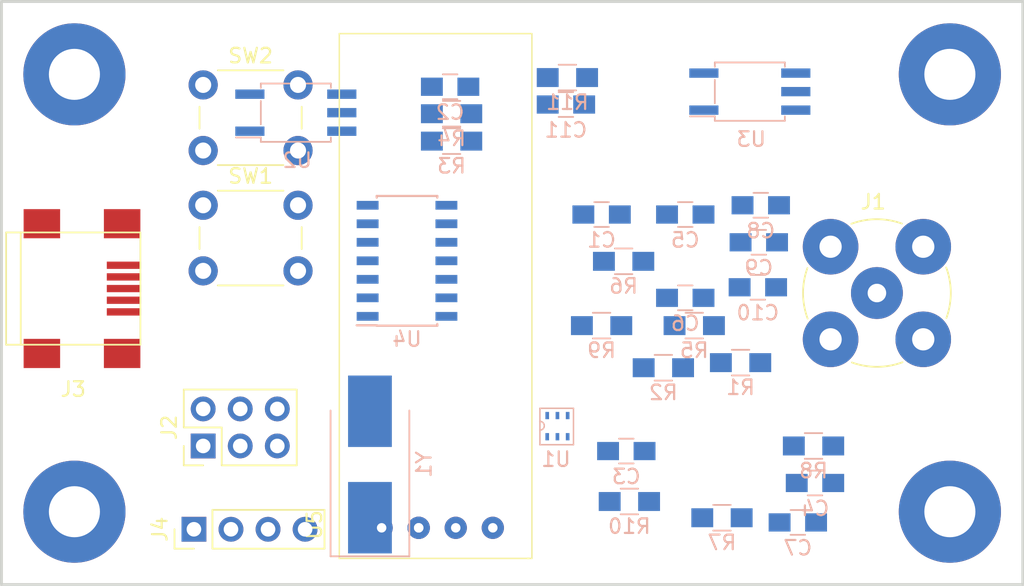
<source format=kicad_pcb>
(kicad_pcb (version 20171130) (host pcbnew "(5.0.0)")

  (general
    (thickness 1.6)
    (drawings 4)
    (tracks 0)
    (zones 0)
    (modules 38)
    (nets 24)
  )

  (page A4)
  (layers
    (0 F.Cu signal)
    (31 B.Cu signal)
    (32 B.Adhes user)
    (33 F.Adhes user)
    (34 B.Paste user)
    (35 F.Paste user)
    (36 B.SilkS user)
    (37 F.SilkS user)
    (38 B.Mask user)
    (39 F.Mask user)
    (40 Dwgs.User user)
    (41 Cmts.User user)
    (42 Eco1.User user)
    (43 Eco2.User user)
    (44 Edge.Cuts user)
    (45 Margin user)
    (46 B.CrtYd user)
    (47 F.CrtYd user)
    (48 B.Fab user hide)
    (49 F.Fab user hide)
  )

  (setup
    (last_trace_width 0.25)
    (trace_clearance 0.2)
    (zone_clearance 0.508)
    (zone_45_only no)
    (trace_min 0.2)
    (segment_width 0.2)
    (edge_width 0.15)
    (via_size 0.8)
    (via_drill 0.4)
    (via_min_size 0.4)
    (via_min_drill 0.3)
    (uvia_size 0.3)
    (uvia_drill 0.1)
    (uvias_allowed no)
    (uvia_min_size 0.2)
    (uvia_min_drill 0.1)
    (pcb_text_width 0.3)
    (pcb_text_size 1.5 1.5)
    (mod_edge_width 0.15)
    (mod_text_size 1 1)
    (mod_text_width 0.15)
    (pad_size 1.524 1.524)
    (pad_drill 0.762)
    (pad_to_mask_clearance 0.2)
    (aux_axis_origin 0 0)
    (visible_elements 7FFFFFFF)
    (pcbplotparams
      (layerselection 0x010fc_ffffffff)
      (usegerberextensions false)
      (usegerberattributes false)
      (usegerberadvancedattributes false)
      (creategerberjobfile false)
      (excludeedgelayer true)
      (linewidth 0.100000)
      (plotframeref false)
      (viasonmask false)
      (mode 1)
      (useauxorigin false)
      (hpglpennumber 1)
      (hpglpenspeed 20)
      (hpglpendiameter 15.000000)
      (psnegative false)
      (psa4output false)
      (plotreference true)
      (plotvalue true)
      (plotinvisibletext false)
      (padsonsilk false)
      (subtractmaskfromsilk false)
      (outputformat 1)
      (mirror false)
      (drillshape 1)
      (scaleselection 1)
      (outputdirectory ""))
  )

  (net 0 "")
  (net 1 GND)
  (net 2 "Net-(C1-Pad1)")
  (net 3 "Net-(R3-Pad2)")
  (net 4 "Net-(C10-Pad2)")
  (net 5 "Net-(R6-Pad1)")
  (net 6 "Net-(R7-Pad2)")
  (net 7 "Net-(R10-Pad2)")
  (net 8 "Net-(C2-Pad1)")
  (net 9 "Net-(C3-Pad1)")
  (net 10 +3V3)
  (net 11 /XTAL1)
  (net 12 /KEY_B)
  (net 13 /KEY_A)
  (net 14 /XTAL2)
  (net 15 /RST)
  (net 16 /MOSI)
  (net 17 /SCK)
  (net 18 /MISO)
  (net 19 "Net-(J3-Pad3)")
  (net 20 "Net-(J3-Pad2)")
  (net 21 "Net-(R11-Pad1)")
  (net 22 /IO2)
  (net 23 /IO1)

  (net_class Default "This is the default net class."
    (clearance 0.2)
    (trace_width 0.25)
    (via_dia 0.8)
    (via_drill 0.4)
    (uvia_dia 0.3)
    (uvia_drill 0.1)
    (add_net +3V3)
    (add_net /IO1)
    (add_net /IO2)
    (add_net /KEY_A)
    (add_net /KEY_B)
    (add_net /MISO)
    (add_net /MOSI)
    (add_net /RST)
    (add_net /SCK)
    (add_net /XTAL1)
    (add_net /XTAL2)
    (add_net GND)
    (add_net "Net-(C1-Pad1)")
    (add_net "Net-(C10-Pad2)")
    (add_net "Net-(C2-Pad1)")
    (add_net "Net-(C3-Pad1)")
    (add_net "Net-(J3-Pad2)")
    (add_net "Net-(J3-Pad3)")
    (add_net "Net-(R10-Pad2)")
    (add_net "Net-(R11-Pad1)")
    (add_net "Net-(R3-Pad2)")
    (add_net "Net-(R6-Pad1)")
    (add_net "Net-(R7-Pad2)")
  )

  (module Mounting_Holes:MountingHole_3.5mm_Pad locked (layer F.Cu) (tedit 5BA4F981) (tstamp 5BA4FCF7)
    (at 175 85)
    (descr "Mounting Hole 3.5mm")
    (tags "mounting hole 3.5mm")
    (attr virtual)
    (fp_text reference REF** (at 0 -4.5) (layer F.SilkS) hide
      (effects (font (size 1 1) (thickness 0.15)))
    )
    (fp_text value MountingHole_3.5mm_Pad (at 0 4.5) (layer F.Fab) hide
      (effects (font (size 1 1) (thickness 0.15)))
    )
    (fp_circle (center 0 0) (end 3.75 0) (layer F.CrtYd) (width 0.05))
    (fp_circle (center 0 0) (end 3.5 0) (layer Cmts.User) (width 0.15))
    (fp_text user %R (at 0.3 0) (layer F.Fab)
      (effects (font (size 1 1) (thickness 0.15)))
    )
    (pad 1 thru_hole circle (at 0 0) (size 7 7) (drill 3.5) (layers *.Cu *.Mask))
  )

  (module Mounting_Holes:MountingHole_3.5mm_Pad locked (layer F.Cu) (tedit 5BA4F978) (tstamp 5BA4FCE9)
    (at 175 115)
    (descr "Mounting Hole 3.5mm")
    (tags "mounting hole 3.5mm")
    (attr virtual)
    (fp_text reference REF** (at 0 -4.5) (layer F.SilkS) hide
      (effects (font (size 1 1) (thickness 0.15)))
    )
    (fp_text value MountingHole_3.5mm_Pad (at 0 4.5) (layer F.Fab) hide
      (effects (font (size 1 1) (thickness 0.15)))
    )
    (fp_text user %R (at 0.3 0) (layer F.Fab)
      (effects (font (size 1 1) (thickness 0.15)))
    )
    (fp_circle (center 0 0) (end 3.5 0) (layer Cmts.User) (width 0.15))
    (fp_circle (center 0 0) (end 3.75 0) (layer F.CrtYd) (width 0.05))
    (pad 1 thru_hole circle (at 0 0) (size 7 7) (drill 3.5) (layers *.Cu *.Mask))
  )

  (module Mounting_Holes:MountingHole_3.5mm_Pad locked (layer F.Cu) (tedit 5BA4F970) (tstamp 5BA4FCDB)
    (at 115 115)
    (descr "Mounting Hole 3.5mm")
    (tags "mounting hole 3.5mm")
    (attr virtual)
    (fp_text reference REF** (at 0 -4.5) (layer F.SilkS) hide
      (effects (font (size 1 1) (thickness 0.15)))
    )
    (fp_text value MountingHole_3.5mm_Pad (at 0 4.5) (layer F.Fab) hide
      (effects (font (size 1 1) (thickness 0.15)))
    )
    (fp_circle (center 0 0) (end 3.75 0) (layer F.CrtYd) (width 0.05))
    (fp_circle (center 0 0) (end 3.5 0) (layer Cmts.User) (width 0.15))
    (fp_text user %R (at 0.3 0) (layer F.Fab)
      (effects (font (size 1 1) (thickness 0.15)))
    )
    (pad 1 thru_hole circle (at 0 0) (size 7 7) (drill 3.5) (layers *.Cu *.Mask))
  )

  (module Capacitors_SMD:C_0805_HandSoldering (layer B.Cu) (tedit 58AA84A8) (tstamp 5BA4C66A)
    (at 151.13 94.615)
    (descr "Capacitor SMD 0805, hand soldering")
    (tags "capacitor 0805")
    (path /5BA4C63A)
    (attr smd)
    (fp_text reference C1 (at 0 1.75) (layer B.SilkS)
      (effects (font (size 1 1) (thickness 0.15)) (justify mirror))
    )
    (fp_text value C (at 0 -1.75) (layer B.Fab)
      (effects (font (size 1 1) (thickness 0.15)) (justify mirror))
    )
    (fp_line (start 2.25 -0.87) (end -2.25 -0.87) (layer B.CrtYd) (width 0.05))
    (fp_line (start 2.25 -0.87) (end 2.25 0.88) (layer B.CrtYd) (width 0.05))
    (fp_line (start -2.25 0.88) (end -2.25 -0.87) (layer B.CrtYd) (width 0.05))
    (fp_line (start -2.25 0.88) (end 2.25 0.88) (layer B.CrtYd) (width 0.05))
    (fp_line (start -0.5 -0.85) (end 0.5 -0.85) (layer B.SilkS) (width 0.12))
    (fp_line (start 0.5 0.85) (end -0.5 0.85) (layer B.SilkS) (width 0.12))
    (fp_line (start -1 0.62) (end 1 0.62) (layer B.Fab) (width 0.1))
    (fp_line (start 1 0.62) (end 1 -0.62) (layer B.Fab) (width 0.1))
    (fp_line (start 1 -0.62) (end -1 -0.62) (layer B.Fab) (width 0.1))
    (fp_line (start -1 -0.62) (end -1 0.62) (layer B.Fab) (width 0.1))
    (fp_text user %R (at 0 1.75) (layer B.Fab)
      (effects (font (size 1 1) (thickness 0.15)) (justify mirror))
    )
    (pad 2 smd rect (at 1.25 0) (size 1.5 1.25) (layers B.Cu B.Paste B.Mask)
      (net 1 GND))
    (pad 1 smd rect (at -1.25 0) (size 1.5 1.25) (layers B.Cu B.Paste B.Mask)
      (net 2 "Net-(C1-Pad1)"))
    (model Capacitors_SMD.3dshapes/C_0805.wrl
      (at (xyz 0 0 0))
      (scale (xyz 1 1 1))
      (rotate (xyz 0 0 0))
    )
  )

  (module Resistors_SMD:R_0805_HandSoldering (layer B.Cu) (tedit 58E0A804) (tstamp 5BA5301F)
    (at 160.655 104.775)
    (descr "Resistor SMD 0805, hand soldering")
    (tags "resistor 0805")
    (path /5BA4C5A3)
    (attr smd)
    (fp_text reference R1 (at 0 1.7) (layer B.SilkS)
      (effects (font (size 1 1) (thickness 0.15)) (justify mirror))
    )
    (fp_text value R (at 0 -1.75) (layer B.Fab)
      (effects (font (size 1 1) (thickness 0.15)) (justify mirror))
    )
    (fp_text user %R (at 0 0) (layer B.Fab)
      (effects (font (size 0.5 0.5) (thickness 0.075)) (justify mirror))
    )
    (fp_line (start -1 -0.62) (end -1 0.62) (layer B.Fab) (width 0.1))
    (fp_line (start 1 -0.62) (end -1 -0.62) (layer B.Fab) (width 0.1))
    (fp_line (start 1 0.62) (end 1 -0.62) (layer B.Fab) (width 0.1))
    (fp_line (start -1 0.62) (end 1 0.62) (layer B.Fab) (width 0.1))
    (fp_line (start 0.6 -0.88) (end -0.6 -0.88) (layer B.SilkS) (width 0.12))
    (fp_line (start -0.6 0.88) (end 0.6 0.88) (layer B.SilkS) (width 0.12))
    (fp_line (start -2.35 0.9) (end 2.35 0.9) (layer B.CrtYd) (width 0.05))
    (fp_line (start -2.35 0.9) (end -2.35 -0.9) (layer B.CrtYd) (width 0.05))
    (fp_line (start 2.35 -0.9) (end 2.35 0.9) (layer B.CrtYd) (width 0.05))
    (fp_line (start 2.35 -0.9) (end -2.35 -0.9) (layer B.CrtYd) (width 0.05))
    (pad 1 smd rect (at -1.35 0) (size 1.5 1.3) (layers B.Cu B.Paste B.Mask)
      (net 4 "Net-(C10-Pad2)"))
    (pad 2 smd rect (at 1.35 0) (size 1.5 1.3) (layers B.Cu B.Paste B.Mask)
      (net 1 GND))
    (model ${KISYS3DMOD}/Resistors_SMD.3dshapes/R_0805.wrl
      (at (xyz 0 0 0))
      (scale (xyz 1 1 1))
      (rotate (xyz 0 0 0))
    )
  )

  (module Resistors_SMD:R_0805_HandSoldering (layer B.Cu) (tedit 58E0A804) (tstamp 5BA52FBF)
    (at 155.364014 105.125377)
    (descr "Resistor SMD 0805, hand soldering")
    (tags "resistor 0805")
    (path /5BA4C559)
    (attr smd)
    (fp_text reference R2 (at 0 1.7) (layer B.SilkS)
      (effects (font (size 1 1) (thickness 0.15)) (justify mirror))
    )
    (fp_text value R (at 0 -1.75) (layer B.Fab)
      (effects (font (size 1 1) (thickness 0.15)) (justify mirror))
    )
    (fp_line (start 2.35 -0.9) (end -2.35 -0.9) (layer B.CrtYd) (width 0.05))
    (fp_line (start 2.35 -0.9) (end 2.35 0.9) (layer B.CrtYd) (width 0.05))
    (fp_line (start -2.35 0.9) (end -2.35 -0.9) (layer B.CrtYd) (width 0.05))
    (fp_line (start -2.35 0.9) (end 2.35 0.9) (layer B.CrtYd) (width 0.05))
    (fp_line (start -0.6 0.88) (end 0.6 0.88) (layer B.SilkS) (width 0.12))
    (fp_line (start 0.6 -0.88) (end -0.6 -0.88) (layer B.SilkS) (width 0.12))
    (fp_line (start -1 0.62) (end 1 0.62) (layer B.Fab) (width 0.1))
    (fp_line (start 1 0.62) (end 1 -0.62) (layer B.Fab) (width 0.1))
    (fp_line (start 1 -0.62) (end -1 -0.62) (layer B.Fab) (width 0.1))
    (fp_line (start -1 -0.62) (end -1 0.62) (layer B.Fab) (width 0.1))
    (fp_text user %R (at 0 0) (layer B.Fab)
      (effects (font (size 0.5 0.5) (thickness 0.075)) (justify mirror))
    )
    (pad 2 smd rect (at 1.35 0) (size 1.5 1.3) (layers B.Cu B.Paste B.Mask)
      (net 4 "Net-(C10-Pad2)"))
    (pad 1 smd rect (at -1.35 0) (size 1.5 1.3) (layers B.Cu B.Paste B.Mask)
      (net 2 "Net-(C1-Pad1)"))
    (model ${KISYS3DMOD}/Resistors_SMD.3dshapes/R_0805.wrl
      (at (xyz 0 0 0))
      (scale (xyz 1 1 1))
      (rotate (xyz 0 0 0))
    )
  )

  (module Capacitors_SMD:C_0805_HandSoldering (layer B.Cu) (tedit 58AA84A8) (tstamp 5BA4C8EB)
    (at 140.749015 85.850376)
    (descr "Capacitor SMD 0805, hand soldering")
    (tags "capacitor 0805")
    (path /5BA4F023)
    (attr smd)
    (fp_text reference C2 (at 0 1.75) (layer B.SilkS)
      (effects (font (size 1 1) (thickness 0.15)) (justify mirror))
    )
    (fp_text value C (at 0 -1.75) (layer B.Fab)
      (effects (font (size 1 1) (thickness 0.15)) (justify mirror))
    )
    (fp_line (start 2.25 -0.87) (end -2.25 -0.87) (layer B.CrtYd) (width 0.05))
    (fp_line (start 2.25 -0.87) (end 2.25 0.88) (layer B.CrtYd) (width 0.05))
    (fp_line (start -2.25 0.88) (end -2.25 -0.87) (layer B.CrtYd) (width 0.05))
    (fp_line (start -2.25 0.88) (end 2.25 0.88) (layer B.CrtYd) (width 0.05))
    (fp_line (start -0.5 -0.85) (end 0.5 -0.85) (layer B.SilkS) (width 0.12))
    (fp_line (start 0.5 0.85) (end -0.5 0.85) (layer B.SilkS) (width 0.12))
    (fp_line (start -1 0.62) (end 1 0.62) (layer B.Fab) (width 0.1))
    (fp_line (start 1 0.62) (end 1 -0.62) (layer B.Fab) (width 0.1))
    (fp_line (start 1 -0.62) (end -1 -0.62) (layer B.Fab) (width 0.1))
    (fp_line (start -1 -0.62) (end -1 0.62) (layer B.Fab) (width 0.1))
    (fp_text user %R (at 0 1.75) (layer B.Fab)
      (effects (font (size 1 1) (thickness 0.15)) (justify mirror))
    )
    (pad 2 smd rect (at 1.25 0) (size 1.5 1.25) (layers B.Cu B.Paste B.Mask)
      (net 1 GND))
    (pad 1 smd rect (at -1.25 0) (size 1.5 1.25) (layers B.Cu B.Paste B.Mask)
      (net 8 "Net-(C2-Pad1)"))
    (model Capacitors_SMD.3dshapes/C_0805.wrl
      (at (xyz 0 0 0))
      (scale (xyz 1 1 1))
      (rotate (xyz 0 0 0))
    )
  )

  (module Resistors_SMD:R_0805_HandSoldering (layer B.Cu) (tedit 58E0A804) (tstamp 5BA4C90E)
    (at 140.849015 89.580376)
    (descr "Resistor SMD 0805, hand soldering")
    (tags "resistor 0805")
    (path /5BA4E565)
    (attr smd)
    (fp_text reference R3 (at 0 1.7) (layer B.SilkS)
      (effects (font (size 1 1) (thickness 0.15)) (justify mirror))
    )
    (fp_text value R (at 0 -1.75) (layer B.Fab)
      (effects (font (size 1 1) (thickness 0.15)) (justify mirror))
    )
    (fp_text user %R (at 0 0) (layer B.Fab)
      (effects (font (size 0.5 0.5) (thickness 0.075)) (justify mirror))
    )
    (fp_line (start -1 -0.62) (end -1 0.62) (layer B.Fab) (width 0.1))
    (fp_line (start 1 -0.62) (end -1 -0.62) (layer B.Fab) (width 0.1))
    (fp_line (start 1 0.62) (end 1 -0.62) (layer B.Fab) (width 0.1))
    (fp_line (start -1 0.62) (end 1 0.62) (layer B.Fab) (width 0.1))
    (fp_line (start 0.6 -0.88) (end -0.6 -0.88) (layer B.SilkS) (width 0.12))
    (fp_line (start -0.6 0.88) (end 0.6 0.88) (layer B.SilkS) (width 0.12))
    (fp_line (start -2.35 0.9) (end 2.35 0.9) (layer B.CrtYd) (width 0.05))
    (fp_line (start -2.35 0.9) (end -2.35 -0.9) (layer B.CrtYd) (width 0.05))
    (fp_line (start 2.35 -0.9) (end 2.35 0.9) (layer B.CrtYd) (width 0.05))
    (fp_line (start 2.35 -0.9) (end -2.35 -0.9) (layer B.CrtYd) (width 0.05))
    (pad 1 smd rect (at -1.35 0) (size 1.5 1.3) (layers B.Cu B.Paste B.Mask)
      (net 8 "Net-(C2-Pad1)"))
    (pad 2 smd rect (at 1.35 0) (size 1.5 1.3) (layers B.Cu B.Paste B.Mask)
      (net 3 "Net-(R3-Pad2)"))
    (model ${KISYS3DMOD}/Resistors_SMD.3dshapes/R_0805.wrl
      (at (xyz 0 0 0))
      (scale (xyz 1 1 1))
      (rotate (xyz 0 0 0))
    )
  )

  (module Resistors_SMD:R_0805_HandSoldering (layer B.Cu) (tedit 58E0A804) (tstamp 5BA4C91F)
    (at 140.849015 87.700376)
    (descr "Resistor SMD 0805, hand soldering")
    (tags "resistor 0805")
    (path /5BA4E5AB)
    (attr smd)
    (fp_text reference R4 (at 0 1.7) (layer B.SilkS)
      (effects (font (size 1 1) (thickness 0.15)) (justify mirror))
    )
    (fp_text value R (at 0 -1.75) (layer B.Fab)
      (effects (font (size 1 1) (thickness 0.15)) (justify mirror))
    )
    (fp_line (start 2.35 -0.9) (end -2.35 -0.9) (layer B.CrtYd) (width 0.05))
    (fp_line (start 2.35 -0.9) (end 2.35 0.9) (layer B.CrtYd) (width 0.05))
    (fp_line (start -2.35 0.9) (end -2.35 -0.9) (layer B.CrtYd) (width 0.05))
    (fp_line (start -2.35 0.9) (end 2.35 0.9) (layer B.CrtYd) (width 0.05))
    (fp_line (start -0.6 0.88) (end 0.6 0.88) (layer B.SilkS) (width 0.12))
    (fp_line (start 0.6 -0.88) (end -0.6 -0.88) (layer B.SilkS) (width 0.12))
    (fp_line (start -1 0.62) (end 1 0.62) (layer B.Fab) (width 0.1))
    (fp_line (start 1 0.62) (end 1 -0.62) (layer B.Fab) (width 0.1))
    (fp_line (start 1 -0.62) (end -1 -0.62) (layer B.Fab) (width 0.1))
    (fp_line (start -1 -0.62) (end -1 0.62) (layer B.Fab) (width 0.1))
    (fp_text user %R (at 0 0) (layer B.Fab)
      (effects (font (size 0.5 0.5) (thickness 0.075)) (justify mirror))
    )
    (pad 2 smd rect (at 1.35 0) (size 1.5 1.3) (layers B.Cu B.Paste B.Mask)
      (net 1 GND))
    (pad 1 smd rect (at -1.35 0) (size 1.5 1.3) (layers B.Cu B.Paste B.Mask)
      (net 3 "Net-(R3-Pad2)"))
    (model ${KISYS3DMOD}/Resistors_SMD.3dshapes/R_0805.wrl
      (at (xyz 0 0 0))
      (scale (xyz 1 1 1))
      (rotate (xyz 0 0 0))
    )
  )

  (module IonizationChamber:ADS1110 (layer B.Cu) (tedit 5BA4D47B) (tstamp 5BA52F93)
    (at 147.404015 108.405376)
    (path /5BA4DF34)
    (fp_text reference U1 (at 0.6 3) (layer B.SilkS)
      (effects (font (size 1 1) (thickness 0.15)) (justify mirror))
    )
    (fp_text value ADS1110 (at 0.6 4.3) (layer B.Fab)
      (effects (font (size 1 1) (thickness 0.15)) (justify mirror))
    )
    (fp_line (start -0.5 2) (end 1.8 2) (layer B.SilkS) (width 0.1))
    (fp_line (start 1.8 2) (end 1.8 -0.5) (layer B.SilkS) (width 0.1))
    (fp_line (start 1.8 -0.5) (end -0.5 -0.5) (layer B.SilkS) (width 0.1))
    (fp_line (start -0.5 -0.5) (end -0.5 2) (layer B.SilkS) (width 0.1))
    (fp_arc (start -0.5 0.7) (end -0.5 0.4) (angle 180) (layer B.SilkS) (width 0.1))
    (pad 1 smd rect (at 0 0 180) (size 0.25 0.5) (layers B.Cu B.Paste B.Mask)
      (net 2 "Net-(C1-Pad1)"))
    (pad 2 smd rect (at 0.7 0 180) (size 0.25 0.5) (layers B.Cu B.Paste B.Mask)
      (net 1 GND))
    (pad 3 smd rect (at 1.4 0 180) (size 0.25 0.5) (layers B.Cu B.Paste B.Mask)
      (net 17 /SCK))
    (pad 4 smd rect (at 1.4 1.45 180) (size 0.25 0.5) (layers B.Cu B.Paste B.Mask)
      (net 16 /MOSI))
    (pad 5 smd rect (at 0.7 1.45 180) (size 0.25 0.5) (layers B.Cu B.Paste B.Mask)
      (net 8 "Net-(C2-Pad1)"))
    (pad 6 smd rect (at 0 1.45 180) (size 0.25 0.5) (layers B.Cu B.Paste B.Mask)
      (net 3 "Net-(R3-Pad2)"))
  )

  (module Capacitors_SMD:C_0805_HandSoldering (layer B.Cu) (tedit 58AA84A8) (tstamp 5BA52FEF)
    (at 152.824014 110.840377)
    (descr "Capacitor SMD 0805, hand soldering")
    (tags "capacitor 0805")
    (path /5BA74298)
    (attr smd)
    (fp_text reference C3 (at 0 1.75) (layer B.SilkS)
      (effects (font (size 1 1) (thickness 0.15)) (justify mirror))
    )
    (fp_text value C (at 0 -1.75) (layer B.Fab)
      (effects (font (size 1 1) (thickness 0.15)) (justify mirror))
    )
    (fp_line (start 2.25 -0.87) (end -2.25 -0.87) (layer B.CrtYd) (width 0.05))
    (fp_line (start 2.25 -0.87) (end 2.25 0.88) (layer B.CrtYd) (width 0.05))
    (fp_line (start -2.25 0.88) (end -2.25 -0.87) (layer B.CrtYd) (width 0.05))
    (fp_line (start -2.25 0.88) (end 2.25 0.88) (layer B.CrtYd) (width 0.05))
    (fp_line (start -0.5 -0.85) (end 0.5 -0.85) (layer B.SilkS) (width 0.12))
    (fp_line (start 0.5 0.85) (end -0.5 0.85) (layer B.SilkS) (width 0.12))
    (fp_line (start -1 0.62) (end 1 0.62) (layer B.Fab) (width 0.1))
    (fp_line (start 1 0.62) (end 1 -0.62) (layer B.Fab) (width 0.1))
    (fp_line (start 1 -0.62) (end -1 -0.62) (layer B.Fab) (width 0.1))
    (fp_line (start -1 -0.62) (end -1 0.62) (layer B.Fab) (width 0.1))
    (fp_text user %R (at 0 1.75) (layer B.Fab)
      (effects (font (size 1 1) (thickness 0.15)) (justify mirror))
    )
    (pad 2 smd rect (at 1.25 0) (size 1.5 1.25) (layers B.Cu B.Paste B.Mask)
      (net 1 GND))
    (pad 1 smd rect (at -1.25 0) (size 1.5 1.25) (layers B.Cu B.Paste B.Mask)
      (net 9 "Net-(C3-Pad1)"))
    (model Capacitors_SMD.3dshapes/C_0805.wrl
      (at (xyz 0 0 0))
      (scale (xyz 1 1 1))
      (rotate (xyz 0 0 0))
    )
  )

  (module Connectors:USB_Mini-B (layer F.Cu) (tedit 5543E571) (tstamp 5BA4F70F)
    (at 115.57 99.695)
    (descr "USB Mini-B 5-pin SMD connector")
    (tags "USB USB_B USB_Mini connector")
    (path /5BA4C9B2)
    (attr smd)
    (fp_text reference J3 (at -0.65 6.9) (layer F.SilkS)
      (effects (font (size 1 1) (thickness 0.15)))
    )
    (fp_text value USB_B_Mini (at -0.65 -7.1) (layer F.Fab)
      (effects (font (size 1 1) (thickness 0.15)))
    )
    (fp_line (start 3.95 -3.85) (end -5.25 -3.85) (layer F.SilkS) (width 0.12))
    (fp_line (start 3.95 3.85) (end 3.95 -3.85) (layer F.SilkS) (width 0.12))
    (fp_line (start -5.25 3.85) (end 3.95 3.85) (layer F.SilkS) (width 0.12))
    (fp_line (start -5.25 -3.85) (end -5.25 3.85) (layer F.SilkS) (width 0.12))
    (fp_line (start -4.25 -3.85) (end -4.25 3.85) (layer F.SilkS) (width 0.12))
    (fp_line (start -5.5 5.7) (end -5.5 -5.7) (layer F.CrtYd) (width 0.05))
    (fp_line (start 4.2 5.7) (end -5.5 5.7) (layer F.CrtYd) (width 0.05))
    (fp_line (start 4.2 -5.7) (end 4.2 5.7) (layer F.CrtYd) (width 0.05))
    (fp_line (start -5.5 -5.7) (end 4.2 -5.7) (layer F.CrtYd) (width 0.05))
    (pad "" np_thru_hole circle (at 0.2 2.2) (size 0.9 0.9) (drill 0.9) (layers *.Cu *.Mask))
    (pad "" np_thru_hole circle (at 0.2 -2.2) (size 0.9 0.9) (drill 0.9) (layers *.Cu *.Mask))
    (pad 6 smd rect (at -2.8 4.45) (size 2.5 2) (layers F.Cu F.Paste F.Mask)
      (net 1 GND))
    (pad 6 smd rect (at 2.7 4.45) (size 2.5 2) (layers F.Cu F.Paste F.Mask)
      (net 1 GND))
    (pad 6 smd rect (at -2.8 -4.45) (size 2.5 2) (layers F.Cu F.Paste F.Mask)
      (net 1 GND))
    (pad 6 smd rect (at 2.7 -4.45) (size 2.5 2) (layers F.Cu F.Paste F.Mask)
      (net 1 GND))
    (pad 5 smd rect (at 2.8 1.6) (size 2.3 0.5) (layers F.Cu F.Paste F.Mask)
      (net 1 GND))
    (pad 4 smd rect (at 2.8 0.8) (size 2.3 0.5) (layers F.Cu F.Paste F.Mask)
      (net 1 GND))
    (pad 3 smd rect (at 2.8 0) (size 2.3 0.5) (layers F.Cu F.Paste F.Mask)
      (net 19 "Net-(J3-Pad3)"))
    (pad 2 smd rect (at 2.8 -0.8) (size 2.3 0.5) (layers F.Cu F.Paste F.Mask)
      (net 20 "Net-(J3-Pad2)"))
    (pad 1 smd rect (at 2.8 -1.6) (size 2.3 0.5) (layers F.Cu F.Paste F.Mask)
      (net 9 "Net-(C3-Pad1)"))
  )

  (module Connectors:bnc-ci locked (layer F.Cu) (tedit 586130DD) (tstamp 5BA4F8D9)
    (at 170 100)
    (descr "BNC female PCB mount 4 pin straight chassis connector")
    (tags "BNC female PCB mount 4 pin straight chassis connector http://img-asia.electrocomponents.com/largeimages/L457024-02.gif")
    (path /5BA4C499)
    (fp_text reference J1 (at -0.25 -6.25) (layer F.SilkS)
      (effects (font (size 1 1) (thickness 0.15)))
    )
    (fp_text value Conn_Coaxial (at 0 6.5) (layer F.Fab)
      (effects (font (size 1 1) (thickness 0.15)))
    )
    (fp_circle (center 0 0) (end 4.8 0) (layer F.Fab) (width 0.1))
    (fp_arc (start 0 0) (end -1.75 -4.75) (angle 40) (layer F.SilkS) (width 0.12))
    (fp_arc (start 0 0) (end 4.75 -1.75) (angle 40) (layer F.SilkS) (width 0.12))
    (fp_arc (start 0 0) (end 1.75 4.75) (angle 40) (layer F.SilkS) (width 0.12))
    (fp_arc (start 0 0) (end -4.75 1.75) (angle 40) (layer F.SilkS) (width 0.12))
    (fp_line (start -5.5 -5.5) (end 5.5 -5.5) (layer F.CrtYd) (width 0.05))
    (fp_line (start -5.5 5.5) (end -5.5 -5.5) (layer F.CrtYd) (width 0.05))
    (fp_line (start 5.5 5.5) (end -5.5 5.5) (layer F.CrtYd) (width 0.05))
    (fp_line (start 5.5 -5.5) (end 5.5 5.5) (layer F.CrtYd) (width 0.05))
    (pad 2 thru_hole circle (at 3.175 3.175) (size 3.81 3.81) (drill 1.524) (layers *.Cu *.Mask)
      (net 1 GND))
    (pad 2 thru_hole circle (at -3.175 3.175) (size 3.81 3.81) (drill 1.524) (layers *.Cu *.Mask)
      (net 1 GND))
    (pad 2 thru_hole circle (at 3.175 -3.175) (size 3.81 3.81) (drill 1.524) (layers *.Cu *.Mask)
      (net 1 GND))
    (pad 1 thru_hole circle (at 0 0) (size 3.556 3.556) (drill 1.27) (layers *.Cu *.Mask)
      (net 4 "Net-(C10-Pad2)"))
    (pad 2 thru_hole circle (at -3.175 -3.175) (size 3.81 3.81) (drill 1.524) (layers *.Cu *.Mask)
      (net 1 GND))
    (model ${KISYS3DMOD}/Connectors.3dshapes/bnc-ci.wrl
      (at (xyz 0 0 0))
      (scale (xyz 2 2 2))
      (rotate (xyz 0 0 0))
    )
  )

  (module Pin_Headers:Pin_Header_Straight_2x03_Pitch2.54mm (layer F.Cu) (tedit 59650532) (tstamp 5BA4F8EA)
    (at 123.825 110.49 90)
    (descr "Through hole straight pin header, 2x03, 2.54mm pitch, double rows")
    (tags "Through hole pin header THT 2x03 2.54mm double row")
    (path /5BA51B52)
    (fp_text reference J2 (at 1.27 -2.33 90) (layer F.SilkS)
      (effects (font (size 1 1) (thickness 0.15)))
    )
    (fp_text value AVR-ISP-6 (at 1.27 7.41 90) (layer F.Fab)
      (effects (font (size 1 1) (thickness 0.15)))
    )
    (fp_text user %R (at 1.27 2.54 180) (layer F.Fab)
      (effects (font (size 1 1) (thickness 0.15)))
    )
    (fp_line (start 4.35 -1.8) (end -1.8 -1.8) (layer F.CrtYd) (width 0.05))
    (fp_line (start 4.35 6.85) (end 4.35 -1.8) (layer F.CrtYd) (width 0.05))
    (fp_line (start -1.8 6.85) (end 4.35 6.85) (layer F.CrtYd) (width 0.05))
    (fp_line (start -1.8 -1.8) (end -1.8 6.85) (layer F.CrtYd) (width 0.05))
    (fp_line (start -1.33 -1.33) (end 0 -1.33) (layer F.SilkS) (width 0.12))
    (fp_line (start -1.33 0) (end -1.33 -1.33) (layer F.SilkS) (width 0.12))
    (fp_line (start 1.27 -1.33) (end 3.87 -1.33) (layer F.SilkS) (width 0.12))
    (fp_line (start 1.27 1.27) (end 1.27 -1.33) (layer F.SilkS) (width 0.12))
    (fp_line (start -1.33 1.27) (end 1.27 1.27) (layer F.SilkS) (width 0.12))
    (fp_line (start 3.87 -1.33) (end 3.87 6.41) (layer F.SilkS) (width 0.12))
    (fp_line (start -1.33 1.27) (end -1.33 6.41) (layer F.SilkS) (width 0.12))
    (fp_line (start -1.33 6.41) (end 3.87 6.41) (layer F.SilkS) (width 0.12))
    (fp_line (start -1.27 0) (end 0 -1.27) (layer F.Fab) (width 0.1))
    (fp_line (start -1.27 6.35) (end -1.27 0) (layer F.Fab) (width 0.1))
    (fp_line (start 3.81 6.35) (end -1.27 6.35) (layer F.Fab) (width 0.1))
    (fp_line (start 3.81 -1.27) (end 3.81 6.35) (layer F.Fab) (width 0.1))
    (fp_line (start 0 -1.27) (end 3.81 -1.27) (layer F.Fab) (width 0.1))
    (pad 6 thru_hole oval (at 2.54 5.08 90) (size 1.7 1.7) (drill 1) (layers *.Cu *.Mask)
      (net 1 GND))
    (pad 5 thru_hole oval (at 0 5.08 90) (size 1.7 1.7) (drill 1) (layers *.Cu *.Mask)
      (net 15 /RST))
    (pad 4 thru_hole oval (at 2.54 2.54 90) (size 1.7 1.7) (drill 1) (layers *.Cu *.Mask)
      (net 16 /MOSI))
    (pad 3 thru_hole oval (at 0 2.54 90) (size 1.7 1.7) (drill 1) (layers *.Cu *.Mask)
      (net 17 /SCK))
    (pad 2 thru_hole oval (at 2.54 0 90) (size 1.7 1.7) (drill 1) (layers *.Cu *.Mask)
      (net 10 +3V3))
    (pad 1 thru_hole rect (at 0 0 90) (size 1.7 1.7) (drill 1) (layers *.Cu *.Mask)
      (net 18 /MISO))
    (model ${KISYS3DMOD}/Pin_Headers.3dshapes/Pin_Header_Straight_2x03_Pitch2.54mm.wrl
      (at (xyz 0 0 0))
      (scale (xyz 1 1 1))
      (rotate (xyz 0 0 0))
    )
  )

  (module Mounting_Holes:MountingHole_3.5mm_Pad locked (layer F.Cu) (tedit 5BA4F960) (tstamp 5BA4FCD2)
    (at 115 85)
    (descr "Mounting Hole 3.5mm")
    (tags "mounting hole 3.5mm")
    (attr virtual)
    (fp_text reference REF** (at 0 -4.5) (layer F.SilkS) hide
      (effects (font (size 1 1) (thickness 0.15)))
    )
    (fp_text value MountingHole_3.5mm_Pad (at 0 4.5) (layer F.Fab) hide
      (effects (font (size 1 1) (thickness 0.15)))
    )
    (fp_text user %R (at 0.3 0) (layer F.Fab)
      (effects (font (size 1 1) (thickness 0.15)))
    )
    (fp_circle (center 0 0) (end 3.5 0) (layer Cmts.User) (width 0.15))
    (fp_circle (center 0 0) (end 3.75 0) (layer F.CrtYd) (width 0.05))
    (pad 1 thru_hole circle (at 0 0) (size 7 7) (drill 3.5) (layers *.Cu *.Mask))
  )

  (module Capacitors_SMD:C_0805_HandSoldering (layer B.Cu) (tedit 58AA84A8) (tstamp 5BA52DB5)
    (at 165.755 113.03)
    (descr "Capacitor SMD 0805, hand soldering")
    (tags "capacitor 0805")
    (path /5BB35578)
    (attr smd)
    (fp_text reference C4 (at 0 1.75) (layer B.SilkS)
      (effects (font (size 1 1) (thickness 0.15)) (justify mirror))
    )
    (fp_text value 100n (at 0 -1.75) (layer B.Fab)
      (effects (font (size 1 1) (thickness 0.15)) (justify mirror))
    )
    (fp_line (start 2.25 -0.87) (end -2.25 -0.87) (layer B.CrtYd) (width 0.05))
    (fp_line (start 2.25 -0.87) (end 2.25 0.88) (layer B.CrtYd) (width 0.05))
    (fp_line (start -2.25 0.88) (end -2.25 -0.87) (layer B.CrtYd) (width 0.05))
    (fp_line (start -2.25 0.88) (end 2.25 0.88) (layer B.CrtYd) (width 0.05))
    (fp_line (start -0.5 -0.85) (end 0.5 -0.85) (layer B.SilkS) (width 0.12))
    (fp_line (start 0.5 0.85) (end -0.5 0.85) (layer B.SilkS) (width 0.12))
    (fp_line (start -1 0.62) (end 1 0.62) (layer B.Fab) (width 0.1))
    (fp_line (start 1 0.62) (end 1 -0.62) (layer B.Fab) (width 0.1))
    (fp_line (start 1 -0.62) (end -1 -0.62) (layer B.Fab) (width 0.1))
    (fp_line (start -1 -0.62) (end -1 0.62) (layer B.Fab) (width 0.1))
    (fp_text user %R (at 0 1.75) (layer B.Fab)
      (effects (font (size 1 1) (thickness 0.15)) (justify mirror))
    )
    (pad 2 smd rect (at 1.25 0) (size 1.5 1.25) (layers B.Cu B.Paste B.Mask)
      (net 1 GND))
    (pad 1 smd rect (at -1.25 0) (size 1.5 1.25) (layers B.Cu B.Paste B.Mask)
      (net 10 +3V3))
    (model Capacitors_SMD.3dshapes/C_0805.wrl
      (at (xyz 0 0 0))
      (scale (xyz 1 1 1))
      (rotate (xyz 0 0 0))
    )
  )

  (module Capacitors_SMD:C_0805_HandSoldering (layer B.Cu) (tedit 58AA84A8) (tstamp 5BA52CF5)
    (at 156.865 94.615)
    (descr "Capacitor SMD 0805, hand soldering")
    (tags "capacitor 0805")
    (path /5BA742F0)
    (attr smd)
    (fp_text reference C5 (at 0 1.75) (layer B.SilkS)
      (effects (font (size 1 1) (thickness 0.15)) (justify mirror))
    )
    (fp_text value C (at 0 -1.75) (layer B.Fab)
      (effects (font (size 1 1) (thickness 0.15)) (justify mirror))
    )
    (fp_text user %R (at 0 1.75) (layer B.Fab)
      (effects (font (size 1 1) (thickness 0.15)) (justify mirror))
    )
    (fp_line (start -1 -0.62) (end -1 0.62) (layer B.Fab) (width 0.1))
    (fp_line (start 1 -0.62) (end -1 -0.62) (layer B.Fab) (width 0.1))
    (fp_line (start 1 0.62) (end 1 -0.62) (layer B.Fab) (width 0.1))
    (fp_line (start -1 0.62) (end 1 0.62) (layer B.Fab) (width 0.1))
    (fp_line (start 0.5 0.85) (end -0.5 0.85) (layer B.SilkS) (width 0.12))
    (fp_line (start -0.5 -0.85) (end 0.5 -0.85) (layer B.SilkS) (width 0.12))
    (fp_line (start -2.25 0.88) (end 2.25 0.88) (layer B.CrtYd) (width 0.05))
    (fp_line (start -2.25 0.88) (end -2.25 -0.87) (layer B.CrtYd) (width 0.05))
    (fp_line (start 2.25 -0.87) (end 2.25 0.88) (layer B.CrtYd) (width 0.05))
    (fp_line (start 2.25 -0.87) (end -2.25 -0.87) (layer B.CrtYd) (width 0.05))
    (pad 1 smd rect (at -1.25 0) (size 1.5 1.25) (layers B.Cu B.Paste B.Mask)
      (net 8 "Net-(C2-Pad1)"))
    (pad 2 smd rect (at 1.25 0) (size 1.5 1.25) (layers B.Cu B.Paste B.Mask)
      (net 1 GND))
    (model Capacitors_SMD.3dshapes/C_0805.wrl
      (at (xyz 0 0 0))
      (scale (xyz 1 1 1))
      (rotate (xyz 0 0 0))
    )
  )

  (module Capacitors_SMD:C_0805_HandSoldering (layer B.Cu) (tedit 58AA84A8) (tstamp 5BA52D25)
    (at 156.865 100.33)
    (descr "Capacitor SMD 0805, hand soldering")
    (tags "capacitor 0805")
    (path /5BB7CB21)
    (attr smd)
    (fp_text reference C6 (at 0 1.75) (layer B.SilkS)
      (effects (font (size 1 1) (thickness 0.15)) (justify mirror))
    )
    (fp_text value 100n (at 0 -1.75) (layer B.Fab)
      (effects (font (size 1 1) (thickness 0.15)) (justify mirror))
    )
    (fp_line (start 2.25 -0.87) (end -2.25 -0.87) (layer B.CrtYd) (width 0.05))
    (fp_line (start 2.25 -0.87) (end 2.25 0.88) (layer B.CrtYd) (width 0.05))
    (fp_line (start -2.25 0.88) (end -2.25 -0.87) (layer B.CrtYd) (width 0.05))
    (fp_line (start -2.25 0.88) (end 2.25 0.88) (layer B.CrtYd) (width 0.05))
    (fp_line (start -0.5 -0.85) (end 0.5 -0.85) (layer B.SilkS) (width 0.12))
    (fp_line (start 0.5 0.85) (end -0.5 0.85) (layer B.SilkS) (width 0.12))
    (fp_line (start -1 0.62) (end 1 0.62) (layer B.Fab) (width 0.1))
    (fp_line (start 1 0.62) (end 1 -0.62) (layer B.Fab) (width 0.1))
    (fp_line (start 1 -0.62) (end -1 -0.62) (layer B.Fab) (width 0.1))
    (fp_line (start -1 -0.62) (end -1 0.62) (layer B.Fab) (width 0.1))
    (fp_text user %R (at 0 1.75) (layer B.Fab)
      (effects (font (size 1 1) (thickness 0.15)) (justify mirror))
    )
    (pad 2 smd rect (at 1.25 0) (size 1.5 1.25) (layers B.Cu B.Paste B.Mask)
      (net 1 GND))
    (pad 1 smd rect (at -1.25 0) (size 1.5 1.25) (layers B.Cu B.Paste B.Mask)
      (net 11 /XTAL1))
    (model Capacitors_SMD.3dshapes/C_0805.wrl
      (at (xyz 0 0 0))
      (scale (xyz 1 1 1))
      (rotate (xyz 0 0 0))
    )
  )

  (module Capacitors_SMD:C_0805_HandSoldering (layer B.Cu) (tedit 58AA84A8) (tstamp 5BA52D55)
    (at 164.580001 115.735001)
    (descr "Capacitor SMD 0805, hand soldering")
    (tags "capacitor 0805")
    (path /5BAA8A81)
    (attr smd)
    (fp_text reference C7 (at 0 1.75) (layer B.SilkS)
      (effects (font (size 1 1) (thickness 0.15)) (justify mirror))
    )
    (fp_text value 100n (at 0 -1.75) (layer B.Fab)
      (effects (font (size 1 1) (thickness 0.15)) (justify mirror))
    )
    (fp_text user %R (at 0 1.75) (layer B.Fab)
      (effects (font (size 1 1) (thickness 0.15)) (justify mirror))
    )
    (fp_line (start -1 -0.62) (end -1 0.62) (layer B.Fab) (width 0.1))
    (fp_line (start 1 -0.62) (end -1 -0.62) (layer B.Fab) (width 0.1))
    (fp_line (start 1 0.62) (end 1 -0.62) (layer B.Fab) (width 0.1))
    (fp_line (start -1 0.62) (end 1 0.62) (layer B.Fab) (width 0.1))
    (fp_line (start 0.5 0.85) (end -0.5 0.85) (layer B.SilkS) (width 0.12))
    (fp_line (start -0.5 -0.85) (end 0.5 -0.85) (layer B.SilkS) (width 0.12))
    (fp_line (start -2.25 0.88) (end 2.25 0.88) (layer B.CrtYd) (width 0.05))
    (fp_line (start -2.25 0.88) (end -2.25 -0.87) (layer B.CrtYd) (width 0.05))
    (fp_line (start 2.25 -0.87) (end 2.25 0.88) (layer B.CrtYd) (width 0.05))
    (fp_line (start 2.25 -0.87) (end -2.25 -0.87) (layer B.CrtYd) (width 0.05))
    (pad 1 smd rect (at -1.25 0) (size 1.5 1.25) (layers B.Cu B.Paste B.Mask)
      (net 9 "Net-(C3-Pad1)"))
    (pad 2 smd rect (at 1.25 0) (size 1.5 1.25) (layers B.Cu B.Paste B.Mask)
      (net 1 GND))
    (model Capacitors_SMD.3dshapes/C_0805.wrl
      (at (xyz 0 0 0))
      (scale (xyz 1 1 1))
      (rotate (xyz 0 0 0))
    )
  )

  (module Capacitors_SMD:C_0805_HandSoldering (layer B.Cu) (tedit 58AA84A8) (tstamp 5BA52D85)
    (at 162.040001 93.98)
    (descr "Capacitor SMD 0805, hand soldering")
    (tags "capacitor 0805")
    (path /5BAF61CC)
    (attr smd)
    (fp_text reference C8 (at 0 1.75) (layer B.SilkS)
      (effects (font (size 1 1) (thickness 0.15)) (justify mirror))
    )
    (fp_text value 100n (at 0 -1.75) (layer B.Fab)
      (effects (font (size 1 1) (thickness 0.15)) (justify mirror))
    )
    (fp_line (start 2.25 -0.87) (end -2.25 -0.87) (layer B.CrtYd) (width 0.05))
    (fp_line (start 2.25 -0.87) (end 2.25 0.88) (layer B.CrtYd) (width 0.05))
    (fp_line (start -2.25 0.88) (end -2.25 -0.87) (layer B.CrtYd) (width 0.05))
    (fp_line (start -2.25 0.88) (end 2.25 0.88) (layer B.CrtYd) (width 0.05))
    (fp_line (start -0.5 -0.85) (end 0.5 -0.85) (layer B.SilkS) (width 0.12))
    (fp_line (start 0.5 0.85) (end -0.5 0.85) (layer B.SilkS) (width 0.12))
    (fp_line (start -1 0.62) (end 1 0.62) (layer B.Fab) (width 0.1))
    (fp_line (start 1 0.62) (end 1 -0.62) (layer B.Fab) (width 0.1))
    (fp_line (start 1 -0.62) (end -1 -0.62) (layer B.Fab) (width 0.1))
    (fp_line (start -1 -0.62) (end -1 0.62) (layer B.Fab) (width 0.1))
    (fp_text user %R (at 0 1.75) (layer B.Fab)
      (effects (font (size 1 1) (thickness 0.15)) (justify mirror))
    )
    (pad 2 smd rect (at 1.25 0) (size 1.5 1.25) (layers B.Cu B.Paste B.Mask)
      (net 1 GND))
    (pad 1 smd rect (at -1.25 0) (size 1.5 1.25) (layers B.Cu B.Paste B.Mask)
      (net 12 /KEY_B))
    (model Capacitors_SMD.3dshapes/C_0805.wrl
      (at (xyz 0 0 0))
      (scale (xyz 1 1 1))
      (rotate (xyz 0 0 0))
    )
  )

  (module Capacitors_SMD:C_0805_HandSoldering (layer B.Cu) (tedit 58AA84A8) (tstamp 5BA52E15)
    (at 161.905 96.52)
    (descr "Capacitor SMD 0805, hand soldering")
    (tags "capacitor 0805")
    (path /5BB12F00)
    (attr smd)
    (fp_text reference C9 (at 0 1.75) (layer B.SilkS)
      (effects (font (size 1 1) (thickness 0.15)) (justify mirror))
    )
    (fp_text value 100n (at 0 -1.75) (layer B.Fab)
      (effects (font (size 1 1) (thickness 0.15)) (justify mirror))
    )
    (fp_text user %R (at 0 1.75) (layer B.Fab)
      (effects (font (size 1 1) (thickness 0.15)) (justify mirror))
    )
    (fp_line (start -1 -0.62) (end -1 0.62) (layer B.Fab) (width 0.1))
    (fp_line (start 1 -0.62) (end -1 -0.62) (layer B.Fab) (width 0.1))
    (fp_line (start 1 0.62) (end 1 -0.62) (layer B.Fab) (width 0.1))
    (fp_line (start -1 0.62) (end 1 0.62) (layer B.Fab) (width 0.1))
    (fp_line (start 0.5 0.85) (end -0.5 0.85) (layer B.SilkS) (width 0.12))
    (fp_line (start -0.5 -0.85) (end 0.5 -0.85) (layer B.SilkS) (width 0.12))
    (fp_line (start -2.25 0.88) (end 2.25 0.88) (layer B.CrtYd) (width 0.05))
    (fp_line (start -2.25 0.88) (end -2.25 -0.87) (layer B.CrtYd) (width 0.05))
    (fp_line (start 2.25 -0.87) (end 2.25 0.88) (layer B.CrtYd) (width 0.05))
    (fp_line (start 2.25 -0.87) (end -2.25 -0.87) (layer B.CrtYd) (width 0.05))
    (pad 1 smd rect (at -1.25 0) (size 1.5 1.25) (layers B.Cu B.Paste B.Mask)
      (net 13 /KEY_A))
    (pad 2 smd rect (at 1.25 0) (size 1.5 1.25) (layers B.Cu B.Paste B.Mask)
      (net 1 GND))
    (model Capacitors_SMD.3dshapes/C_0805.wrl
      (at (xyz 0 0 0))
      (scale (xyz 1 1 1))
      (rotate (xyz 0 0 0))
    )
  )

  (module Capacitors_SMD:C_0805_HandSoldering (layer B.Cu) (tedit 58AA84A8) (tstamp 5BA52F35)
    (at 161.840001 99.605001)
    (descr "Capacitor SMD 0805, hand soldering")
    (tags "capacitor 0805")
    (path /5BB618EA)
    (attr smd)
    (fp_text reference C10 (at 0 1.75) (layer B.SilkS)
      (effects (font (size 1 1) (thickness 0.15)) (justify mirror))
    )
    (fp_text value C (at 0 -1.75) (layer B.Fab)
      (effects (font (size 1 1) (thickness 0.15)) (justify mirror))
    )
    (fp_line (start 2.25 -0.87) (end -2.25 -0.87) (layer B.CrtYd) (width 0.05))
    (fp_line (start 2.25 -0.87) (end 2.25 0.88) (layer B.CrtYd) (width 0.05))
    (fp_line (start -2.25 0.88) (end -2.25 -0.87) (layer B.CrtYd) (width 0.05))
    (fp_line (start -2.25 0.88) (end 2.25 0.88) (layer B.CrtYd) (width 0.05))
    (fp_line (start -0.5 -0.85) (end 0.5 -0.85) (layer B.SilkS) (width 0.12))
    (fp_line (start 0.5 0.85) (end -0.5 0.85) (layer B.SilkS) (width 0.12))
    (fp_line (start -1 0.62) (end 1 0.62) (layer B.Fab) (width 0.1))
    (fp_line (start 1 0.62) (end 1 -0.62) (layer B.Fab) (width 0.1))
    (fp_line (start 1 -0.62) (end -1 -0.62) (layer B.Fab) (width 0.1))
    (fp_line (start -1 -0.62) (end -1 0.62) (layer B.Fab) (width 0.1))
    (fp_text user %R (at 0 1.75) (layer B.Fab)
      (effects (font (size 1 1) (thickness 0.15)) (justify mirror))
    )
    (pad 2 smd rect (at 1.25 0) (size 1.5 1.25) (layers B.Cu B.Paste B.Mask)
      (net 4 "Net-(C10-Pad2)"))
    (pad 1 smd rect (at -1.25 0) (size 1.5 1.25) (layers B.Cu B.Paste B.Mask)
      (net 2 "Net-(C1-Pad1)"))
    (model Capacitors_SMD.3dshapes/C_0805.wrl
      (at (xyz 0 0 0))
      (scale (xyz 1 1 1))
      (rotate (xyz 0 0 0))
    )
  )

  (module Resistors_SMD:R_0805_HandSoldering (layer B.Cu) (tedit 58E0A804) (tstamp 5BA52E75)
    (at 157.48 102.235)
    (descr "Resistor SMD 0805, hand soldering")
    (tags "resistor 0805")
    (path /5BBAAF23)
    (attr smd)
    (fp_text reference R5 (at 0 1.7) (layer B.SilkS)
      (effects (font (size 1 1) (thickness 0.15)) (justify mirror))
    )
    (fp_text value R (at 0 -1.75) (layer B.Fab)
      (effects (font (size 1 1) (thickness 0.15)) (justify mirror))
    )
    (fp_text user %R (at 0 0) (layer B.Fab)
      (effects (font (size 0.5 0.5) (thickness 0.075)) (justify mirror))
    )
    (fp_line (start -1 -0.62) (end -1 0.62) (layer B.Fab) (width 0.1))
    (fp_line (start 1 -0.62) (end -1 -0.62) (layer B.Fab) (width 0.1))
    (fp_line (start 1 0.62) (end 1 -0.62) (layer B.Fab) (width 0.1))
    (fp_line (start -1 0.62) (end 1 0.62) (layer B.Fab) (width 0.1))
    (fp_line (start 0.6 -0.88) (end -0.6 -0.88) (layer B.SilkS) (width 0.12))
    (fp_line (start -0.6 0.88) (end 0.6 0.88) (layer B.SilkS) (width 0.12))
    (fp_line (start -2.35 0.9) (end 2.35 0.9) (layer B.CrtYd) (width 0.05))
    (fp_line (start -2.35 0.9) (end -2.35 -0.9) (layer B.CrtYd) (width 0.05))
    (fp_line (start 2.35 -0.9) (end 2.35 0.9) (layer B.CrtYd) (width 0.05))
    (fp_line (start 2.35 -0.9) (end -2.35 -0.9) (layer B.CrtYd) (width 0.05))
    (pad 1 smd rect (at -1.35 0) (size 1.5 1.3) (layers B.Cu B.Paste B.Mask)
      (net 9 "Net-(C3-Pad1)"))
    (pad 2 smd rect (at 1.35 0) (size 1.5 1.3) (layers B.Cu B.Paste B.Mask)
      (net 20 "Net-(J3-Pad2)"))
    (model ${KISYS3DMOD}/Resistors_SMD.3dshapes/R_0805.wrl
      (at (xyz 0 0 0))
      (scale (xyz 1 1 1))
      (rotate (xyz 0 0 0))
    )
  )

  (module Resistors_SMD:R_0805_HandSoldering (layer B.Cu) (tedit 58E0A804) (tstamp 5BA52DE5)
    (at 152.640001 97.825001)
    (descr "Resistor SMD 0805, hand soldering")
    (tags "resistor 0805")
    (path /5BBAB1A5)
    (attr smd)
    (fp_text reference R6 (at 0 1.7) (layer B.SilkS)
      (effects (font (size 1 1) (thickness 0.15)) (justify mirror))
    )
    (fp_text value R (at 0 -1.75) (layer B.Fab)
      (effects (font (size 1 1) (thickness 0.15)) (justify mirror))
    )
    (fp_line (start 2.35 -0.9) (end -2.35 -0.9) (layer B.CrtYd) (width 0.05))
    (fp_line (start 2.35 -0.9) (end 2.35 0.9) (layer B.CrtYd) (width 0.05))
    (fp_line (start -2.35 0.9) (end -2.35 -0.9) (layer B.CrtYd) (width 0.05))
    (fp_line (start -2.35 0.9) (end 2.35 0.9) (layer B.CrtYd) (width 0.05))
    (fp_line (start -0.6 0.88) (end 0.6 0.88) (layer B.SilkS) (width 0.12))
    (fp_line (start 0.6 -0.88) (end -0.6 -0.88) (layer B.SilkS) (width 0.12))
    (fp_line (start -1 0.62) (end 1 0.62) (layer B.Fab) (width 0.1))
    (fp_line (start 1 0.62) (end 1 -0.62) (layer B.Fab) (width 0.1))
    (fp_line (start 1 -0.62) (end -1 -0.62) (layer B.Fab) (width 0.1))
    (fp_line (start -1 -0.62) (end -1 0.62) (layer B.Fab) (width 0.1))
    (fp_text user %R (at 0 0) (layer B.Fab)
      (effects (font (size 0.5 0.5) (thickness 0.075)) (justify mirror))
    )
    (pad 2 smd rect (at 1.35 0) (size 1.5 1.3) (layers B.Cu B.Paste B.Mask)
      (net 19 "Net-(J3-Pad3)"))
    (pad 1 smd rect (at -1.35 0) (size 1.5 1.3) (layers B.Cu B.Paste B.Mask)
      (net 5 "Net-(R6-Pad1)"))
    (model ${KISYS3DMOD}/Resistors_SMD.3dshapes/R_0805.wrl
      (at (xyz 0 0 0))
      (scale (xyz 1 1 1))
      (rotate (xyz 0 0 0))
    )
  )

  (module Resistors_SMD:R_0805_HandSoldering (layer B.Cu) (tedit 58E0A804) (tstamp 5BA52F65)
    (at 159.380001 115.415001)
    (descr "Resistor SMD 0805, hand soldering")
    (tags "resistor 0805")
    (path /5BAF5F8F)
    (attr smd)
    (fp_text reference R7 (at 0 1.7) (layer B.SilkS)
      (effects (font (size 1 1) (thickness 0.15)) (justify mirror))
    )
    (fp_text value 1k (at 0 -1.75) (layer B.Fab)
      (effects (font (size 1 1) (thickness 0.15)) (justify mirror))
    )
    (fp_text user %R (at 0 0) (layer B.Fab)
      (effects (font (size 0.5 0.5) (thickness 0.075)) (justify mirror))
    )
    (fp_line (start -1 -0.62) (end -1 0.62) (layer B.Fab) (width 0.1))
    (fp_line (start 1 -0.62) (end -1 -0.62) (layer B.Fab) (width 0.1))
    (fp_line (start 1 0.62) (end 1 -0.62) (layer B.Fab) (width 0.1))
    (fp_line (start -1 0.62) (end 1 0.62) (layer B.Fab) (width 0.1))
    (fp_line (start 0.6 -0.88) (end -0.6 -0.88) (layer B.SilkS) (width 0.12))
    (fp_line (start -0.6 0.88) (end 0.6 0.88) (layer B.SilkS) (width 0.12))
    (fp_line (start -2.35 0.9) (end 2.35 0.9) (layer B.CrtYd) (width 0.05))
    (fp_line (start -2.35 0.9) (end -2.35 -0.9) (layer B.CrtYd) (width 0.05))
    (fp_line (start 2.35 -0.9) (end 2.35 0.9) (layer B.CrtYd) (width 0.05))
    (fp_line (start 2.35 -0.9) (end -2.35 -0.9) (layer B.CrtYd) (width 0.05))
    (pad 1 smd rect (at -1.35 0) (size 1.5 1.3) (layers B.Cu B.Paste B.Mask)
      (net 10 +3V3))
    (pad 2 smd rect (at 1.35 0) (size 1.5 1.3) (layers B.Cu B.Paste B.Mask)
      (net 6 "Net-(R7-Pad2)"))
    (model ${KISYS3DMOD}/Resistors_SMD.3dshapes/R_0805.wrl
      (at (xyz 0 0 0))
      (scale (xyz 1 1 1))
      (rotate (xyz 0 0 0))
    )
  )

  (module Resistors_SMD:R_0805_HandSoldering (layer B.Cu) (tedit 58E0A804) (tstamp 5BA52ED5)
    (at 165.655 110.49)
    (descr "Resistor SMD 0805, hand soldering")
    (tags "resistor 0805")
    (path /5BAF60B3)
    (attr smd)
    (fp_text reference R8 (at 0 1.7) (layer B.SilkS)
      (effects (font (size 1 1) (thickness 0.15)) (justify mirror))
    )
    (fp_text value 1k (at 0 -1.75) (layer F.Fab)
      (effects (font (size 1 1) (thickness 0.15)))
    )
    (fp_line (start 2.35 -0.9) (end -2.35 -0.9) (layer B.CrtYd) (width 0.05))
    (fp_line (start 2.35 -0.9) (end 2.35 0.9) (layer B.CrtYd) (width 0.05))
    (fp_line (start -2.35 0.9) (end -2.35 -0.9) (layer B.CrtYd) (width 0.05))
    (fp_line (start -2.35 0.9) (end 2.35 0.9) (layer B.CrtYd) (width 0.05))
    (fp_line (start -0.6 0.88) (end 0.6 0.88) (layer B.SilkS) (width 0.12))
    (fp_line (start 0.6 -0.88) (end -0.6 -0.88) (layer B.SilkS) (width 0.12))
    (fp_line (start -1 0.62) (end 1 0.62) (layer B.Fab) (width 0.1))
    (fp_line (start 1 0.62) (end 1 -0.62) (layer B.Fab) (width 0.1))
    (fp_line (start 1 -0.62) (end -1 -0.62) (layer B.Fab) (width 0.1))
    (fp_line (start -1 -0.62) (end -1 0.62) (layer B.Fab) (width 0.1))
    (fp_text user %R (at 0 0) (layer B.Fab)
      (effects (font (size 0.5 0.5) (thickness 0.075)) (justify mirror))
    )
    (pad 2 smd rect (at 1.35 0) (size 1.5 1.3) (layers B.Cu B.Paste B.Mask)
      (net 6 "Net-(R7-Pad2)"))
    (pad 1 smd rect (at -1.35 0) (size 1.5 1.3) (layers B.Cu B.Paste B.Mask)
      (net 12 /KEY_B))
    (model ${KISYS3DMOD}/Resistors_SMD.3dshapes/R_0805.wrl
      (at (xyz 0 0 0))
      (scale (xyz 1 1 1))
      (rotate (xyz 0 0 0))
    )
  )

  (module Resistors_SMD:R_0805_HandSoldering (layer B.Cu) (tedit 58E0A804) (tstamp 5BA52EA5)
    (at 151.13 102.235)
    (descr "Resistor SMD 0805, hand soldering")
    (tags "resistor 0805")
    (path /5BB12EEC)
    (attr smd)
    (fp_text reference R9 (at 0 1.7) (layer B.SilkS)
      (effects (font (size 1 1) (thickness 0.15)) (justify mirror))
    )
    (fp_text value 1k (at 0 -1.75) (layer B.Fab)
      (effects (font (size 1 1) (thickness 0.15)) (justify mirror))
    )
    (fp_text user %R (at 0 0) (layer B.Fab)
      (effects (font (size 0.5 0.5) (thickness 0.075)) (justify mirror))
    )
    (fp_line (start -1 -0.62) (end -1 0.62) (layer B.Fab) (width 0.1))
    (fp_line (start 1 -0.62) (end -1 -0.62) (layer B.Fab) (width 0.1))
    (fp_line (start 1 0.62) (end 1 -0.62) (layer B.Fab) (width 0.1))
    (fp_line (start -1 0.62) (end 1 0.62) (layer B.Fab) (width 0.1))
    (fp_line (start 0.6 -0.88) (end -0.6 -0.88) (layer B.SilkS) (width 0.12))
    (fp_line (start -0.6 0.88) (end 0.6 0.88) (layer B.SilkS) (width 0.12))
    (fp_line (start -2.35 0.9) (end 2.35 0.9) (layer B.CrtYd) (width 0.05))
    (fp_line (start -2.35 0.9) (end -2.35 -0.9) (layer B.CrtYd) (width 0.05))
    (fp_line (start 2.35 -0.9) (end 2.35 0.9) (layer B.CrtYd) (width 0.05))
    (fp_line (start 2.35 -0.9) (end -2.35 -0.9) (layer B.CrtYd) (width 0.05))
    (pad 1 smd rect (at -1.35 0) (size 1.5 1.3) (layers B.Cu B.Paste B.Mask)
      (net 10 +3V3))
    (pad 2 smd rect (at 1.35 0) (size 1.5 1.3) (layers B.Cu B.Paste B.Mask)
      (net 7 "Net-(R10-Pad2)"))
    (model ${KISYS3DMOD}/Resistors_SMD.3dshapes/R_0805.wrl
      (at (xyz 0 0 0))
      (scale (xyz 1 1 1))
      (rotate (xyz 0 0 0))
    )
  )

  (module Resistors_SMD:R_0805_HandSoldering (layer B.Cu) (tedit 58E0A804) (tstamp 5BA5317E)
    (at 153.035 114.3)
    (descr "Resistor SMD 0805, hand soldering")
    (tags "resistor 0805")
    (path /5BB12EF9)
    (attr smd)
    (fp_text reference R10 (at 0 1.7) (layer B.SilkS)
      (effects (font (size 1 1) (thickness 0.15)) (justify mirror))
    )
    (fp_text value 1k (at 0 -1.75) (layer B.Fab)
      (effects (font (size 1 1) (thickness 0.15)) (justify mirror))
    )
    (fp_line (start 2.35 -0.9) (end -2.35 -0.9) (layer B.CrtYd) (width 0.05))
    (fp_line (start 2.35 -0.9) (end 2.35 0.9) (layer B.CrtYd) (width 0.05))
    (fp_line (start -2.35 0.9) (end -2.35 -0.9) (layer B.CrtYd) (width 0.05))
    (fp_line (start -2.35 0.9) (end 2.35 0.9) (layer B.CrtYd) (width 0.05))
    (fp_line (start -0.6 0.88) (end 0.6 0.88) (layer B.SilkS) (width 0.12))
    (fp_line (start 0.6 -0.88) (end -0.6 -0.88) (layer B.SilkS) (width 0.12))
    (fp_line (start -1 0.62) (end 1 0.62) (layer B.Fab) (width 0.1))
    (fp_line (start 1 0.62) (end 1 -0.62) (layer B.Fab) (width 0.1))
    (fp_line (start 1 -0.62) (end -1 -0.62) (layer B.Fab) (width 0.1))
    (fp_line (start -1 -0.62) (end -1 0.62) (layer B.Fab) (width 0.1))
    (fp_text user %R (at 0 0) (layer B.Fab)
      (effects (font (size 0.5 0.5) (thickness 0.075)) (justify mirror))
    )
    (pad 2 smd rect (at 1.35 0) (size 1.5 1.3) (layers B.Cu B.Paste B.Mask)
      (net 7 "Net-(R10-Pad2)"))
    (pad 1 smd rect (at -1.35 0) (size 1.5 1.3) (layers B.Cu B.Paste B.Mask)
      (net 13 /KEY_A))
    (model ${KISYS3DMOD}/Resistors_SMD.3dshapes/R_0805.wrl
      (at (xyz 0 0 0))
      (scale (xyz 1 1 1))
      (rotate (xyz 0 0 0))
    )
  )

  (module Capacitors_SMD:C_0805_HandSoldering (layer B.Cu) (tedit 58AA84A8) (tstamp 5BA62064)
    (at 148.686388 87.069807)
    (descr "Capacitor SMD 0805, hand soldering")
    (tags "capacitor 0805")
    (path /5BB7CB7B)
    (attr smd)
    (fp_text reference C11 (at 0 1.75) (layer B.SilkS)
      (effects (font (size 1 1) (thickness 0.15)) (justify mirror))
    )
    (fp_text value 100n (at 0 -1.75) (layer B.Fab)
      (effects (font (size 1 1) (thickness 0.15)) (justify mirror))
    )
    (fp_line (start 2.25 -0.87) (end -2.25 -0.87) (layer B.CrtYd) (width 0.05))
    (fp_line (start 2.25 -0.87) (end 2.25 0.88) (layer B.CrtYd) (width 0.05))
    (fp_line (start -2.25 0.88) (end -2.25 -0.87) (layer B.CrtYd) (width 0.05))
    (fp_line (start -2.25 0.88) (end 2.25 0.88) (layer B.CrtYd) (width 0.05))
    (fp_line (start -0.5 -0.85) (end 0.5 -0.85) (layer B.SilkS) (width 0.12))
    (fp_line (start 0.5 0.85) (end -0.5 0.85) (layer B.SilkS) (width 0.12))
    (fp_line (start -1 0.62) (end 1 0.62) (layer B.Fab) (width 0.1))
    (fp_line (start 1 0.62) (end 1 -0.62) (layer B.Fab) (width 0.1))
    (fp_line (start 1 -0.62) (end -1 -0.62) (layer B.Fab) (width 0.1))
    (fp_line (start -1 -0.62) (end -1 0.62) (layer B.Fab) (width 0.1))
    (fp_text user %R (at 0 1.75) (layer B.Fab)
      (effects (font (size 1 1) (thickness 0.15)) (justify mirror))
    )
    (pad 2 smd rect (at 1.25 0) (size 1.5 1.25) (layers B.Cu B.Paste B.Mask)
      (net 1 GND))
    (pad 1 smd rect (at -1.25 0) (size 1.5 1.25) (layers B.Cu B.Paste B.Mask)
      (net 14 /XTAL2))
    (model Capacitors_SMD.3dshapes/C_0805.wrl
      (at (xyz 0 0 0))
      (scale (xyz 1 1 1))
      (rotate (xyz 0 0 0))
    )
  )

  (module Resistors_SMD:R_0805_HandSoldering (layer B.Cu) (tedit 58E0A804) (tstamp 5BA62075)
    (at 148.786388 85.219807)
    (descr "Resistor SMD 0805, hand soldering")
    (tags "resistor 0805")
    (path /5BBAE4AA)
    (attr smd)
    (fp_text reference R11 (at 0 1.7) (layer B.SilkS)
      (effects (font (size 1 1) (thickness 0.15)) (justify mirror))
    )
    (fp_text value R (at 0 -1.75) (layer B.Fab)
      (effects (font (size 1 1) (thickness 0.15)) (justify mirror))
    )
    (fp_line (start 2.35 -0.9) (end -2.35 -0.9) (layer B.CrtYd) (width 0.05))
    (fp_line (start 2.35 -0.9) (end 2.35 0.9) (layer B.CrtYd) (width 0.05))
    (fp_line (start -2.35 0.9) (end -2.35 -0.9) (layer B.CrtYd) (width 0.05))
    (fp_line (start -2.35 0.9) (end 2.35 0.9) (layer B.CrtYd) (width 0.05))
    (fp_line (start -0.6 0.88) (end 0.6 0.88) (layer B.SilkS) (width 0.12))
    (fp_line (start 0.6 -0.88) (end -0.6 -0.88) (layer B.SilkS) (width 0.12))
    (fp_line (start -1 0.62) (end 1 0.62) (layer B.Fab) (width 0.1))
    (fp_line (start 1 0.62) (end 1 -0.62) (layer B.Fab) (width 0.1))
    (fp_line (start 1 -0.62) (end -1 -0.62) (layer B.Fab) (width 0.1))
    (fp_line (start -1 -0.62) (end -1 0.62) (layer B.Fab) (width 0.1))
    (fp_text user %R (at 0 0) (layer B.Fab)
      (effects (font (size 0.5 0.5) (thickness 0.075)) (justify mirror))
    )
    (pad 2 smd rect (at 1.35 0) (size 1.5 1.3) (layers B.Cu B.Paste B.Mask)
      (net 20 "Net-(J3-Pad2)"))
    (pad 1 smd rect (at -1.35 0) (size 1.5 1.3) (layers B.Cu B.Paste B.Mask)
      (net 21 "Net-(R11-Pad1)"))
    (model ${KISYS3DMOD}/Resistors_SMD.3dshapes/R_0805.wrl
      (at (xyz 0 0 0))
      (scale (xyz 1 1 1))
      (rotate (xyz 0 0 0))
    )
  )

  (module Pin_Headers:Pin_Header_Straight_1x04_Pitch2.54mm (layer F.Cu) (tedit 59650532) (tstamp 5BA62155)
    (at 123.19 116.205 90)
    (descr "Through hole straight pin header, 1x04, 2.54mm pitch, single row")
    (tags "Through hole pin header THT 1x04 2.54mm single row")
    (path /5BA946AD)
    (fp_text reference J4 (at 0 -2.33 90) (layer F.SilkS)
      (effects (font (size 1 1) (thickness 0.15)))
    )
    (fp_text value Conn_01x04 (at 0 9.95 90) (layer F.Fab)
      (effects (font (size 1 1) (thickness 0.15)))
    )
    (fp_text user %R (at 0 3.81 180) (layer F.Fab)
      (effects (font (size 1 1) (thickness 0.15)))
    )
    (fp_line (start 1.8 -1.8) (end -1.8 -1.8) (layer F.CrtYd) (width 0.05))
    (fp_line (start 1.8 9.4) (end 1.8 -1.8) (layer F.CrtYd) (width 0.05))
    (fp_line (start -1.8 9.4) (end 1.8 9.4) (layer F.CrtYd) (width 0.05))
    (fp_line (start -1.8 -1.8) (end -1.8 9.4) (layer F.CrtYd) (width 0.05))
    (fp_line (start -1.33 -1.33) (end 0 -1.33) (layer F.SilkS) (width 0.12))
    (fp_line (start -1.33 0) (end -1.33 -1.33) (layer F.SilkS) (width 0.12))
    (fp_line (start -1.33 1.27) (end 1.33 1.27) (layer F.SilkS) (width 0.12))
    (fp_line (start 1.33 1.27) (end 1.33 8.95) (layer F.SilkS) (width 0.12))
    (fp_line (start -1.33 1.27) (end -1.33 8.95) (layer F.SilkS) (width 0.12))
    (fp_line (start -1.33 8.95) (end 1.33 8.95) (layer F.SilkS) (width 0.12))
    (fp_line (start -1.27 -0.635) (end -0.635 -1.27) (layer F.Fab) (width 0.1))
    (fp_line (start -1.27 8.89) (end -1.27 -0.635) (layer F.Fab) (width 0.1))
    (fp_line (start 1.27 8.89) (end -1.27 8.89) (layer F.Fab) (width 0.1))
    (fp_line (start 1.27 -1.27) (end 1.27 8.89) (layer F.Fab) (width 0.1))
    (fp_line (start -0.635 -1.27) (end 1.27 -1.27) (layer F.Fab) (width 0.1))
    (pad 4 thru_hole oval (at 0 7.62 90) (size 1.7 1.7) (drill 1) (layers *.Cu *.Mask)
      (net 22 /IO2))
    (pad 3 thru_hole oval (at 0 5.08 90) (size 1.7 1.7) (drill 1) (layers *.Cu *.Mask)
      (net 23 /IO1))
    (pad 2 thru_hole oval (at 0 2.54 90) (size 1.7 1.7) (drill 1) (layers *.Cu *.Mask)
      (net 1 GND))
    (pad 1 thru_hole rect (at 0 0 90) (size 1.7 1.7) (drill 1) (layers *.Cu *.Mask)
      (net 10 +3V3))
    (model ${KISYS3DMOD}/Pin_Headers.3dshapes/Pin_Header_Straight_1x04_Pitch2.54mm.wrl
      (at (xyz 0 0 0))
      (scale (xyz 1 1 1))
      (rotate (xyz 0 0 0))
    )
  )

  (module Housings_SOIC:SO-5_4.4x3.6mm_Pitch1.27mm (layer B.Cu) (tedit 591B43FE) (tstamp 5BA62156)
    (at 130.175 87.63)
    (descr "5-Lead Plastic Small Outline (SO), see https://docs.broadcom.com/cs/Satellite?blobcol=urldata&blobheader=application%2Fpdf&blobheadername1=Content-Disposition&blobheadername2=Content-Type&blobheadername3=MDT-Type&blobheadervalue1=attachment%3Bfilename%3DIPD-Selection-Guide_AV00-0254EN_030617.pdf&blobheadervalue2=application%2Fx-download&blobheadervalue3=abinary%253B%2Bcharset%253DUTF-8&blobkey=id&blobnocache=true&blobtable=MungoBlobs&blobwhere=1430884105675&ssbinary=true")
    (tags "SO SOIC 1.27")
    (path /5BA62D4A)
    (attr smd)
    (fp_text reference U2 (at 0.1 3.265) (layer B.SilkS)
      (effects (font (size 1 1) (thickness 0.15)) (justify mirror))
    )
    (fp_text value TLV70033 (at 0.05 -3.385) (layer B.Fab)
      (effects (font (size 1 1) (thickness 0.15)) (justify mirror))
    )
    (fp_line (start 4.4 -2.05) (end -4.4 -2.05) (layer B.CrtYd) (width 0.05))
    (fp_line (start 4.4 -2.05) (end 4.4 2.05) (layer B.CrtYd) (width 0.05))
    (fp_line (start -4.4 2.05) (end -4.4 -2.05) (layer B.CrtYd) (width 0.05))
    (fp_line (start -4.4 2.05) (end 4.4 2.05) (layer B.CrtYd) (width 0.05))
    (fp_line (start -1.4 1.8) (end 2.2 1.8) (layer B.Fab) (width 0.12))
    (fp_line (start -2.2 1) (end -1.4 1.8) (layer B.Fab) (width 0.12))
    (fp_line (start -2.2 -1.8) (end -2.2 1) (layer B.Fab) (width 0.12))
    (fp_line (start 2.2 -1.8) (end -2.2 -1.8) (layer B.Fab) (width 0.12))
    (fp_line (start 2.2 1.8) (end 2.2 -1.8) (layer B.Fab) (width 0.12))
    (fp_line (start 2.4 2) (end 2.4 1.7) (layer B.SilkS) (width 0.12))
    (fp_line (start -2.4 2) (end 2.4 2) (layer B.SilkS) (width 0.12))
    (fp_line (start -2.4 1.7) (end -2.4 2) (layer B.SilkS) (width 0.12))
    (fp_line (start -2.4 -2) (end -2.4 -1.7) (layer B.SilkS) (width 0.12))
    (fp_line (start 2.4 -2) (end -2.4 -2) (layer B.SilkS) (width 0.12))
    (fp_line (start 2.4 -1.7) (end 2.4 -2) (layer B.SilkS) (width 0.12))
    (fp_line (start -2.4 -0.8) (end -2.4 0.8) (layer B.SilkS) (width 0.12))
    (fp_text user %R (at 0 0.065) (layer B.Fab)
      (effects (font (size 1 1) (thickness 0.15)) (justify mirror))
    )
    (fp_line (start -2.4 1.7) (end -4.1 1.7) (layer B.SilkS) (width 0.12))
    (pad 6 smd rect (at 3.15 1.27) (size 2 0.64) (layers B.Cu B.Paste B.Mask))
    (pad 5 smd rect (at 3.15 0) (size 2 0.64) (layers B.Cu B.Paste B.Mask)
      (net 8 "Net-(C2-Pad1)"))
    (pad 4 smd rect (at 3.15 -1.27) (size 2 0.64) (layers B.Cu B.Paste B.Mask))
    (pad 3 smd rect (at -3.15 -1.27) (size 2 0.64) (layers B.Cu B.Paste B.Mask)
      (net 9 "Net-(C3-Pad1)"))
    (pad 1 smd rect (at -3.15 1.27) (size 2 0.64) (layers B.Cu B.Paste B.Mask)
      (net 9 "Net-(C3-Pad1)"))
    (model ${KISYS3DMOD}/Housings_SOIC.3dshapes/SO-5_4.4x3.6mm_Pitch1.27mm.wrl
      (offset (xyz 0 0.01500000025472259 0))
      (scale (xyz 1 1 1))
      (rotate (xyz 0 0 0))
    )
  )

  (module Housings_SOIC:SO-5_4.4x3.6mm_Pitch1.27mm (layer B.Cu) (tedit 591B43FE) (tstamp 5BA62170)
    (at 161.29 86.184806)
    (descr "5-Lead Plastic Small Outline (SO), see https://docs.broadcom.com/cs/Satellite?blobcol=urldata&blobheader=application%2Fpdf&blobheadername1=Content-Disposition&blobheadername2=Content-Type&blobheadername3=MDT-Type&blobheadervalue1=attachment%3Bfilename%3DIPD-Selection-Guide_AV00-0254EN_030617.pdf&blobheadervalue2=application%2Fx-download&blobheadervalue3=abinary%253B%2Bcharset%253DUTF-8&blobkey=id&blobnocache=true&blobtable=MungoBlobs&blobwhere=1430884105675&ssbinary=true")
    (tags "SO SOIC 1.27")
    (path /5BA62E02)
    (attr smd)
    (fp_text reference U3 (at 0.1 3.265) (layer B.SilkS)
      (effects (font (size 1 1) (thickness 0.15)) (justify mirror))
    )
    (fp_text value TLV70033 (at 0.05 -3.385) (layer B.Fab)
      (effects (font (size 1 1) (thickness 0.15)) (justify mirror))
    )
    (fp_line (start -2.4 1.7) (end -4.1 1.7) (layer B.SilkS) (width 0.12))
    (fp_text user %R (at 0 0.065) (layer B.Fab)
      (effects (font (size 1 1) (thickness 0.15)) (justify mirror))
    )
    (fp_line (start -2.4 -0.8) (end -2.4 0.8) (layer B.SilkS) (width 0.12))
    (fp_line (start 2.4 -1.7) (end 2.4 -2) (layer B.SilkS) (width 0.12))
    (fp_line (start 2.4 -2) (end -2.4 -2) (layer B.SilkS) (width 0.12))
    (fp_line (start -2.4 -2) (end -2.4 -1.7) (layer B.SilkS) (width 0.12))
    (fp_line (start -2.4 1.7) (end -2.4 2) (layer B.SilkS) (width 0.12))
    (fp_line (start -2.4 2) (end 2.4 2) (layer B.SilkS) (width 0.12))
    (fp_line (start 2.4 2) (end 2.4 1.7) (layer B.SilkS) (width 0.12))
    (fp_line (start 2.2 1.8) (end 2.2 -1.8) (layer B.Fab) (width 0.12))
    (fp_line (start 2.2 -1.8) (end -2.2 -1.8) (layer B.Fab) (width 0.12))
    (fp_line (start -2.2 -1.8) (end -2.2 1) (layer B.Fab) (width 0.12))
    (fp_line (start -2.2 1) (end -1.4 1.8) (layer B.Fab) (width 0.12))
    (fp_line (start -1.4 1.8) (end 2.2 1.8) (layer B.Fab) (width 0.12))
    (fp_line (start -4.4 2.05) (end 4.4 2.05) (layer B.CrtYd) (width 0.05))
    (fp_line (start -4.4 2.05) (end -4.4 -2.05) (layer B.CrtYd) (width 0.05))
    (fp_line (start 4.4 -2.05) (end 4.4 2.05) (layer B.CrtYd) (width 0.05))
    (fp_line (start 4.4 -2.05) (end -4.4 -2.05) (layer B.CrtYd) (width 0.05))
    (pad 1 smd rect (at -3.15 1.27) (size 2 0.64) (layers B.Cu B.Paste B.Mask)
      (net 9 "Net-(C3-Pad1)"))
    (pad 3 smd rect (at -3.15 -1.27) (size 2 0.64) (layers B.Cu B.Paste B.Mask)
      (net 9 "Net-(C3-Pad1)"))
    (pad 4 smd rect (at 3.15 -1.27) (size 2 0.64) (layers B.Cu B.Paste B.Mask))
    (pad 5 smd rect (at 3.15 0) (size 2 0.64) (layers B.Cu B.Paste B.Mask)
      (net 10 +3V3))
    (pad 6 smd rect (at 3.15 1.27) (size 2 0.64) (layers B.Cu B.Paste B.Mask))
    (model ${KISYS3DMOD}/Housings_SOIC.3dshapes/SO-5_4.4x3.6mm_Pitch1.27mm.wrl
      (offset (xyz 0 0.01500000025472259 0))
      (scale (xyz 1 1 1))
      (rotate (xyz 0 0 0))
    )
  )

  (module Crystals:Crystal_SMD_7050-2pin_7.0x5.0mm_HandSoldering (layer B.Cu) (tedit 58CD2E9C) (tstamp 5BA621F1)
    (at 135.255 111.76 90)
    (descr "SMD Crystal SERIES SMD7050/4 https://www.foxonline.com/pdfs/FQ7050.pdf, hand-soldering, 7.0x5.0mm^2 package")
    (tags "SMD SMT crystal hand-soldering")
    (path /5BB7CAB5)
    (attr smd)
    (fp_text reference Y1 (at 0 3.7 90) (layer B.SilkS)
      (effects (font (size 1 1) (thickness 0.15)) (justify mirror))
    )
    (fp_text value Crystal (at 0 -3.7 90) (layer B.Fab)
      (effects (font (size 1 1) (thickness 0.15)) (justify mirror))
    )
    (fp_circle (center 0 0) (end 0.093333 0) (layer B.Adhes) (width 0.186667))
    (fp_circle (center 0 0) (end 0.213333 0) (layer B.Adhes) (width 0.133333))
    (fp_circle (center 0 0) (end 0.333333 0) (layer B.Adhes) (width 0.133333))
    (fp_circle (center 0 0) (end 0.4 0) (layer B.Adhes) (width 0.1))
    (fp_line (start 6.4 2.8) (end -6.4 2.8) (layer B.CrtYd) (width 0.05))
    (fp_line (start 6.4 -2.8) (end 6.4 2.8) (layer B.CrtYd) (width 0.05))
    (fp_line (start -6.4 -2.8) (end 6.4 -2.8) (layer B.CrtYd) (width 0.05))
    (fp_line (start -6.4 2.8) (end -6.4 -2.8) (layer B.CrtYd) (width 0.05))
    (fp_line (start -6.3 -2.7) (end 3.7 -2.7) (layer B.SilkS) (width 0.12))
    (fp_line (start -6.3 2.7) (end -6.3 -2.7) (layer B.SilkS) (width 0.12))
    (fp_line (start 3.7 2.7) (end -6.3 2.7) (layer B.SilkS) (width 0.12))
    (fp_line (start -3.5 -1.5) (end -2.5 -2.5) (layer B.Fab) (width 0.1))
    (fp_line (start -3.5 2.3) (end -3.3 2.5) (layer B.Fab) (width 0.1))
    (fp_line (start -3.5 -2.3) (end -3.5 2.3) (layer B.Fab) (width 0.1))
    (fp_line (start -3.3 -2.5) (end -3.5 -2.3) (layer B.Fab) (width 0.1))
    (fp_line (start 3.3 -2.5) (end -3.3 -2.5) (layer B.Fab) (width 0.1))
    (fp_line (start 3.5 -2.3) (end 3.3 -2.5) (layer B.Fab) (width 0.1))
    (fp_line (start 3.5 2.3) (end 3.5 -2.3) (layer B.Fab) (width 0.1))
    (fp_line (start 3.3 2.5) (end 3.5 2.3) (layer B.Fab) (width 0.1))
    (fp_line (start -3.3 2.5) (end 3.3 2.5) (layer B.Fab) (width 0.1))
    (fp_text user %R (at 0 0 90) (layer B.Fab)
      (effects (font (size 1 1) (thickness 0.15)) (justify mirror))
    )
    (pad 2 smd rect (at 3.65 0 90) (size 4.9 3) (layers B.Cu B.Paste B.Mask)
      (net 14 /XTAL2))
    (pad 1 smd rect (at -3.65 0 90) (size 4.9 3) (layers B.Cu B.Paste B.Mask)
      (net 11 /XTAL1))
    (model ${KISYS3DMOD}/Crystals.3dshapes/Crystal_SMD_7050-2pin_7.0x5.0mm_HandSoldering.wrl
      (at (xyz 0 0 0))
      (scale (xyz 1 1 1))
      (rotate (xyz 0 0 0))
    )
  )

  (module Buttons_Switches_THT:SW_PUSH_6mm_h4.3mm (layer F.Cu) (tedit 5923F252) (tstamp 5BA6288B)
    (at 123.825 93.98)
    (descr "tactile push button, 6x6mm e.g. PHAP33xx series, height=4.3mm")
    (tags "tact sw push 6mm")
    (path /5BAF5EFB)
    (fp_text reference SW1 (at 3.25 -2) (layer F.SilkS)
      (effects (font (size 1 1) (thickness 0.15)))
    )
    (fp_text value SW_Push (at 3.75 6.7) (layer F.Fab)
      (effects (font (size 1 1) (thickness 0.15)))
    )
    (fp_text user %R (at 3.25 2.25) (layer F.Fab)
      (effects (font (size 1 1) (thickness 0.15)))
    )
    (fp_line (start 3.25 -0.75) (end 6.25 -0.75) (layer F.Fab) (width 0.1))
    (fp_line (start 6.25 -0.75) (end 6.25 5.25) (layer F.Fab) (width 0.1))
    (fp_line (start 6.25 5.25) (end 0.25 5.25) (layer F.Fab) (width 0.1))
    (fp_line (start 0.25 5.25) (end 0.25 -0.75) (layer F.Fab) (width 0.1))
    (fp_line (start 0.25 -0.75) (end 3.25 -0.75) (layer F.Fab) (width 0.1))
    (fp_line (start 7.75 6) (end 8 6) (layer F.CrtYd) (width 0.05))
    (fp_line (start 8 6) (end 8 5.75) (layer F.CrtYd) (width 0.05))
    (fp_line (start 7.75 -1.5) (end 8 -1.5) (layer F.CrtYd) (width 0.05))
    (fp_line (start 8 -1.5) (end 8 -1.25) (layer F.CrtYd) (width 0.05))
    (fp_line (start -1.5 -1.25) (end -1.5 -1.5) (layer F.CrtYd) (width 0.05))
    (fp_line (start -1.5 -1.5) (end -1.25 -1.5) (layer F.CrtYd) (width 0.05))
    (fp_line (start -1.5 5.75) (end -1.5 6) (layer F.CrtYd) (width 0.05))
    (fp_line (start -1.5 6) (end -1.25 6) (layer F.CrtYd) (width 0.05))
    (fp_line (start -1.25 -1.5) (end 7.75 -1.5) (layer F.CrtYd) (width 0.05))
    (fp_line (start -1.5 5.75) (end -1.5 -1.25) (layer F.CrtYd) (width 0.05))
    (fp_line (start 7.75 6) (end -1.25 6) (layer F.CrtYd) (width 0.05))
    (fp_line (start 8 -1.25) (end 8 5.75) (layer F.CrtYd) (width 0.05))
    (fp_line (start 1 5.5) (end 5.5 5.5) (layer F.SilkS) (width 0.12))
    (fp_line (start -0.25 1.5) (end -0.25 3) (layer F.SilkS) (width 0.12))
    (fp_line (start 5.5 -1) (end 1 -1) (layer F.SilkS) (width 0.12))
    (fp_line (start 6.75 3) (end 6.75 1.5) (layer F.SilkS) (width 0.12))
    (fp_circle (center 3.25 2.25) (end 1.25 2.5) (layer F.Fab) (width 0.1))
    (pad 2 thru_hole circle (at 0 4.5 90) (size 2 2) (drill 1.1) (layers *.Cu *.Mask)
      (net 6 "Net-(R7-Pad2)"))
    (pad 1 thru_hole circle (at 0 0 90) (size 2 2) (drill 1.1) (layers *.Cu *.Mask)
      (net 1 GND))
    (pad 2 thru_hole circle (at 6.5 4.5 90) (size 2 2) (drill 1.1) (layers *.Cu *.Mask)
      (net 6 "Net-(R7-Pad2)"))
    (pad 1 thru_hole circle (at 6.5 0 90) (size 2 2) (drill 1.1) (layers *.Cu *.Mask)
      (net 1 GND))
    (model ${KISYS3DMOD}/Buttons_Switches_THT.3dshapes/SW_PUSH_6mm_h4.3mm.wrl
      (offset (xyz 0.1269999980926514 0 0))
      (scale (xyz 0.3937 0.3937 0.3937))
      (rotate (xyz 0 0 0))
    )
  )

  (module Buttons_Switches_THT:SW_PUSH_6mm_h4.3mm (layer F.Cu) (tedit 5923F252) (tstamp 5BA628A9)
    (at 123.825 85.725)
    (descr "tactile push button, 6x6mm e.g. PHAP33xx series, height=4.3mm")
    (tags "tact sw push 6mm")
    (path /5BB12EE5)
    (fp_text reference SW2 (at 3.25 -2) (layer F.SilkS)
      (effects (font (size 1 1) (thickness 0.15)))
    )
    (fp_text value SW_Push (at 3.75 6.7) (layer F.Fab)
      (effects (font (size 1 1) (thickness 0.15)))
    )
    (fp_circle (center 3.25 2.25) (end 1.25 2.5) (layer F.Fab) (width 0.1))
    (fp_line (start 6.75 3) (end 6.75 1.5) (layer F.SilkS) (width 0.12))
    (fp_line (start 5.5 -1) (end 1 -1) (layer F.SilkS) (width 0.12))
    (fp_line (start -0.25 1.5) (end -0.25 3) (layer F.SilkS) (width 0.12))
    (fp_line (start 1 5.5) (end 5.5 5.5) (layer F.SilkS) (width 0.12))
    (fp_line (start 8 -1.25) (end 8 5.75) (layer F.CrtYd) (width 0.05))
    (fp_line (start 7.75 6) (end -1.25 6) (layer F.CrtYd) (width 0.05))
    (fp_line (start -1.5 5.75) (end -1.5 -1.25) (layer F.CrtYd) (width 0.05))
    (fp_line (start -1.25 -1.5) (end 7.75 -1.5) (layer F.CrtYd) (width 0.05))
    (fp_line (start -1.5 6) (end -1.25 6) (layer F.CrtYd) (width 0.05))
    (fp_line (start -1.5 5.75) (end -1.5 6) (layer F.CrtYd) (width 0.05))
    (fp_line (start -1.5 -1.5) (end -1.25 -1.5) (layer F.CrtYd) (width 0.05))
    (fp_line (start -1.5 -1.25) (end -1.5 -1.5) (layer F.CrtYd) (width 0.05))
    (fp_line (start 8 -1.5) (end 8 -1.25) (layer F.CrtYd) (width 0.05))
    (fp_line (start 7.75 -1.5) (end 8 -1.5) (layer F.CrtYd) (width 0.05))
    (fp_line (start 8 6) (end 8 5.75) (layer F.CrtYd) (width 0.05))
    (fp_line (start 7.75 6) (end 8 6) (layer F.CrtYd) (width 0.05))
    (fp_line (start 0.25 -0.75) (end 3.25 -0.75) (layer F.Fab) (width 0.1))
    (fp_line (start 0.25 5.25) (end 0.25 -0.75) (layer F.Fab) (width 0.1))
    (fp_line (start 6.25 5.25) (end 0.25 5.25) (layer F.Fab) (width 0.1))
    (fp_line (start 6.25 -0.75) (end 6.25 5.25) (layer F.Fab) (width 0.1))
    (fp_line (start 3.25 -0.75) (end 6.25 -0.75) (layer F.Fab) (width 0.1))
    (fp_text user %R (at 3.25 2.25) (layer F.Fab)
      (effects (font (size 1 1) (thickness 0.15)))
    )
    (pad 1 thru_hole circle (at 6.5 0 90) (size 2 2) (drill 1.1) (layers *.Cu *.Mask)
      (net 1 GND))
    (pad 2 thru_hole circle (at 6.5 4.5 90) (size 2 2) (drill 1.1) (layers *.Cu *.Mask)
      (net 7 "Net-(R10-Pad2)"))
    (pad 1 thru_hole circle (at 0 0 90) (size 2 2) (drill 1.1) (layers *.Cu *.Mask)
      (net 1 GND))
    (pad 2 thru_hole circle (at 0 4.5 90) (size 2 2) (drill 1.1) (layers *.Cu *.Mask)
      (net 7 "Net-(R10-Pad2)"))
    (model ${KISYS3DMOD}/Buttons_Switches_THT.3dshapes/SW_PUSH_6mm_h4.3mm.wrl
      (offset (xyz 0.1269999980926514 0 0))
      (scale (xyz 0.3937 0.3937 0.3937))
      (rotate (xyz 0 0 0))
    )
  )

  (module Housings_SOIC:SOIC-14_3.9x8.7mm_Pitch1.27mm (layer B.Cu) (tedit 58CC8F64) (tstamp 5BA628E9)
    (at 137.795 97.79)
    (descr "14-Lead Plastic Small Outline (SL) - Narrow, 3.90 mm Body [SOIC] (see Microchip Packaging Specification 00000049BS.pdf)")
    (tags "SOIC 1.27")
    (path /5BB12012)
    (attr smd)
    (fp_text reference U4 (at 0 5.375) (layer B.SilkS)
      (effects (font (size 1 1) (thickness 0.15)) (justify mirror))
    )
    (fp_text value ATtiny84A-SSU (at 0 -5.375) (layer B.Fab)
      (effects (font (size 1 1) (thickness 0.15)) (justify mirror))
    )
    (fp_line (start -2.075 4.425) (end -3.45 4.425) (layer B.SilkS) (width 0.15))
    (fp_line (start -2.075 -4.45) (end 2.075 -4.45) (layer B.SilkS) (width 0.15))
    (fp_line (start -2.075 4.45) (end 2.075 4.45) (layer B.SilkS) (width 0.15))
    (fp_line (start -2.075 -4.45) (end -2.075 -4.335) (layer B.SilkS) (width 0.15))
    (fp_line (start 2.075 -4.45) (end 2.075 -4.335) (layer B.SilkS) (width 0.15))
    (fp_line (start 2.075 4.45) (end 2.075 4.335) (layer B.SilkS) (width 0.15))
    (fp_line (start -2.075 4.45) (end -2.075 4.425) (layer B.SilkS) (width 0.15))
    (fp_line (start -3.7 -4.65) (end 3.7 -4.65) (layer B.CrtYd) (width 0.05))
    (fp_line (start -3.7 4.65) (end 3.7 4.65) (layer B.CrtYd) (width 0.05))
    (fp_line (start 3.7 4.65) (end 3.7 -4.65) (layer B.CrtYd) (width 0.05))
    (fp_line (start -3.7 4.65) (end -3.7 -4.65) (layer B.CrtYd) (width 0.05))
    (fp_line (start -1.95 3.35) (end -0.95 4.35) (layer B.Fab) (width 0.15))
    (fp_line (start -1.95 -4.35) (end -1.95 3.35) (layer B.Fab) (width 0.15))
    (fp_line (start 1.95 -4.35) (end -1.95 -4.35) (layer B.Fab) (width 0.15))
    (fp_line (start 1.95 4.35) (end 1.95 -4.35) (layer B.Fab) (width 0.15))
    (fp_line (start -0.95 4.35) (end 1.95 4.35) (layer B.Fab) (width 0.15))
    (fp_text user %R (at 0 0) (layer B.Fab)
      (effects (font (size 0.9 0.9) (thickness 0.135)) (justify mirror))
    )
    (pad 14 smd rect (at 2.7 3.81) (size 1.5 0.6) (layers B.Cu B.Paste B.Mask)
      (net 1 GND))
    (pad 13 smd rect (at 2.7 2.54) (size 1.5 0.6) (layers B.Cu B.Paste B.Mask)
      (net 5 "Net-(R6-Pad1)"))
    (pad 12 smd rect (at 2.7 1.27) (size 1.5 0.6) (layers B.Cu B.Paste B.Mask)
      (net 21 "Net-(R11-Pad1)"))
    (pad 11 smd rect (at 2.7 0) (size 1.5 0.6) (layers B.Cu B.Paste B.Mask)
      (net 13 /KEY_A))
    (pad 10 smd rect (at 2.7 -1.27) (size 1.5 0.6) (layers B.Cu B.Paste B.Mask)
      (net 12 /KEY_B))
    (pad 9 smd rect (at 2.7 -2.54) (size 1.5 0.6) (layers B.Cu B.Paste B.Mask)
      (net 17 /SCK))
    (pad 8 smd rect (at 2.7 -3.81) (size 1.5 0.6) (layers B.Cu B.Paste B.Mask)
      (net 18 /MISO))
    (pad 7 smd rect (at -2.7 -3.81) (size 1.5 0.6) (layers B.Cu B.Paste B.Mask)
      (net 16 /MOSI))
    (pad 6 smd rect (at -2.7 -2.54) (size 1.5 0.6) (layers B.Cu B.Paste B.Mask)
      (net 23 /IO1))
    (pad 5 smd rect (at -2.7 -1.27) (size 1.5 0.6) (layers B.Cu B.Paste B.Mask)
      (net 22 /IO2))
    (pad 4 smd rect (at -2.7 0) (size 1.5 0.6) (layers B.Cu B.Paste B.Mask)
      (net 15 /RST))
    (pad 3 smd rect (at -2.7 1.27) (size 1.5 0.6) (layers B.Cu B.Paste B.Mask)
      (net 14 /XTAL2))
    (pad 2 smd rect (at -2.7 2.54) (size 1.5 0.6) (layers B.Cu B.Paste B.Mask)
      (net 11 /XTAL1))
    (pad 1 smd rect (at -2.7 3.81) (size 1.5 0.6) (layers B.Cu B.Paste B.Mask)
      (net 10 +3V3))
    (model ${KISYS3DMOD}/Housings_SOIC.3dshapes/SOIC-14_3.9x8.7mm_Pitch1.27mm.wrl
      (at (xyz 0 0 0))
      (scale (xyz 1 1 1))
      (rotate (xyz 0 0 0))
    )
  )

  (module IonizationChamber:128x32px_LCD_I2C (layer F.Cu) (tedit 5BA62835) (tstamp 5BA62DDC)
    (at 135.255 116.205 90)
    (path /5BC9459E)
    (fp_text reference U5 (at 0.3 -3.8 90) (layer F.SilkS)
      (effects (font (size 1 1) (thickness 0.15)))
    )
    (fp_text value 128x32px_LCD_I2C (at 0 -5.5 90) (layer F.Fab)
      (effects (font (size 1 1) (thickness 0.15)))
    )
    (fp_line (start -2 -2.1) (end -2 10.9) (layer F.SilkS) (width 0.1))
    (fp_line (start -2 10.8) (end -2 11.1) (layer F.SilkS) (width 0.1))
    (fp_line (start -2 -2.1) (end 34 -2.1) (layer F.SilkS) (width 0.1))
    (fp_line (start -2 11.1) (end 33.7 11.1) (layer F.SilkS) (width 0.1))
    (fp_line (start 34 -2.1) (end 34 11.1) (layer F.SilkS) (width 0.1))
    (fp_line (start 33.7 11.1) (end 34 11.1) (layer F.SilkS) (width 0.1))
    (pad 1 thru_hole circle (at 0.1 0.8 90) (size 1.524 1.524) (drill 0.65) (layers *.Cu *.Mask)
      (net 10 +3V3))
    (pad 2 thru_hole circle (at 0.1 3.34 90) (size 1.524 1.524) (drill 0.65) (layers *.Cu *.Mask)
      (net 1 GND))
    (pad 2 thru_hole circle (at 0.1 3.34 90) (size 1.524 1.524) (drill 0.65) (layers *.Cu *.Mask)
      (net 1 GND))
    (pad 3 thru_hole circle (at 0.1 5.88 90) (size 1.524 1.524) (drill 0.65) (layers *.Cu *.Mask)
      (net 16 /MOSI))
    (pad 4 thru_hole circle (at 0.1 8.42 90) (size 1.524 1.524) (drill 0.65) (layers *.Cu *.Mask)
      (net 17 /SCK))
  )

  (gr_line (start 110 120) (end 110 80) (layer Edge.Cuts) (width 0.2))
  (gr_line (start 180 120) (end 110 120) (layer Edge.Cuts) (width 0.2) (tstamp 5BA52C59))
  (gr_line (start 180 80) (end 180 120) (layer Edge.Cuts) (width 0.2))
  (gr_line (start 110 80) (end 180 80) (layer Edge.Cuts) (width 0.2))

)

</source>
